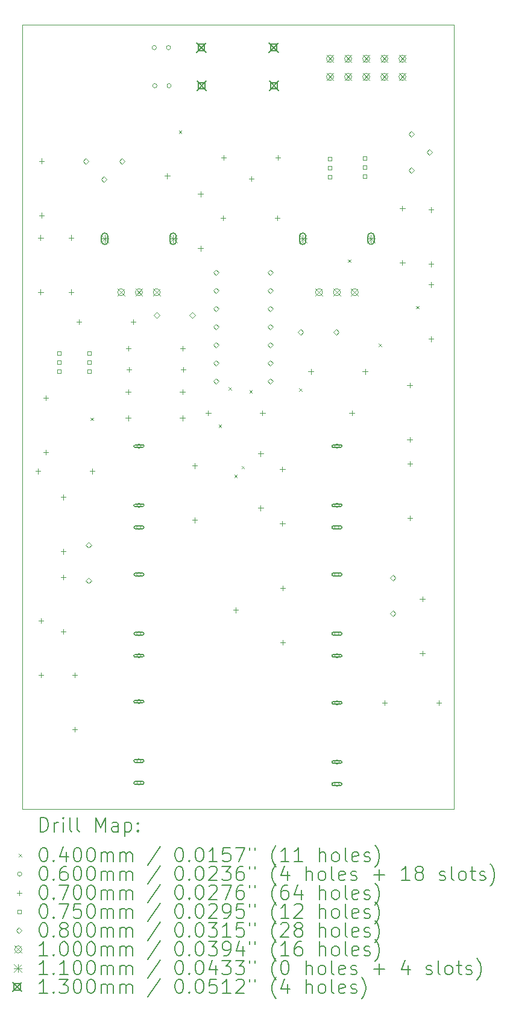
<source format=gbr>
%FSLAX45Y45*%
G04 Gerber Fmt 4.5, Leading zero omitted, Abs format (unit mm)*
G04 Created by KiCad (PCBNEW (6.0.1)) date 2022-09-11 09:05:00*
%MOMM*%
%LPD*%
G01*
G04 APERTURE LIST*
%TA.AperFunction,Profile*%
%ADD10C,0.100000*%
%TD*%
%ADD11C,0.200000*%
%ADD12C,0.040000*%
%ADD13C,0.060000*%
%ADD14C,0.070000*%
%ADD15C,0.075000*%
%ADD16C,0.080000*%
%ADD17C,0.100000*%
%ADD18C,0.110000*%
%ADD19C,0.130000*%
G04 APERTURE END LIST*
D10*
X8760000Y-12760000D02*
X2700000Y-12760000D01*
X2700000Y-1760000D02*
X8760000Y-1760000D01*
X8760000Y-1760000D02*
X8760000Y-12760000D01*
X2700000Y-12760000D02*
X2700000Y-1760000D01*
D11*
D12*
X3663000Y-7267000D02*
X3703000Y-7307000D01*
X3703000Y-7267000D02*
X3663000Y-7307000D01*
X4900000Y-3240000D02*
X4940000Y-3280000D01*
X4940000Y-3240000D02*
X4900000Y-3280000D01*
X5460000Y-7365000D02*
X5500000Y-7405000D01*
X5500000Y-7365000D02*
X5460000Y-7405000D01*
X5600000Y-6840000D02*
X5640000Y-6880000D01*
X5640000Y-6840000D02*
X5600000Y-6880000D01*
X5680000Y-8067500D02*
X5720000Y-8107500D01*
X5720000Y-8067500D02*
X5680000Y-8107500D01*
X5780000Y-7945000D02*
X5820000Y-7985000D01*
X5820000Y-7945000D02*
X5780000Y-7985000D01*
X5890000Y-6880000D02*
X5930000Y-6920000D01*
X5930000Y-6880000D02*
X5890000Y-6920000D01*
X6592500Y-6860000D02*
X6632500Y-6900000D01*
X6632500Y-6860000D02*
X6592500Y-6900000D01*
X7277500Y-5050000D02*
X7317500Y-5090000D01*
X7317500Y-5050000D02*
X7277500Y-5090000D01*
X7707500Y-6232500D02*
X7747500Y-6272500D01*
X7747500Y-6232500D02*
X7707500Y-6272500D01*
X8235000Y-5702500D02*
X8275000Y-5742500D01*
X8275000Y-5702500D02*
X8235000Y-5742500D01*
D13*
X4370000Y-7668000D02*
G75*
G03*
X4370000Y-7668000I-30000J0D01*
G01*
D11*
X4290000Y-7688000D02*
X4390000Y-7688000D01*
X4290000Y-7648000D02*
X4390000Y-7648000D01*
X4390000Y-7688000D02*
G75*
G03*
X4390000Y-7648000I0J20000D01*
G01*
X4290000Y-7648000D02*
G75*
G03*
X4290000Y-7688000I0J-20000D01*
G01*
D13*
X4370000Y-8498000D02*
G75*
G03*
X4370000Y-8498000I-30000J0D01*
G01*
D11*
X4290000Y-8518000D02*
X4390000Y-8518000D01*
X4290000Y-8478000D02*
X4390000Y-8478000D01*
X4390000Y-8518000D02*
G75*
G03*
X4390000Y-8478000I0J20000D01*
G01*
X4290000Y-8478000D02*
G75*
G03*
X4290000Y-8518000I0J-20000D01*
G01*
D13*
X4370000Y-8808000D02*
G75*
G03*
X4370000Y-8808000I-30000J0D01*
G01*
D11*
X4290000Y-8828000D02*
X4390000Y-8828000D01*
X4290000Y-8788000D02*
X4390000Y-8788000D01*
X4390000Y-8828000D02*
G75*
G03*
X4390000Y-8788000I0J20000D01*
G01*
X4290000Y-8788000D02*
G75*
G03*
X4290000Y-8828000I0J-20000D01*
G01*
D13*
X4370000Y-9468000D02*
G75*
G03*
X4370000Y-9468000I-30000J0D01*
G01*
D11*
X4290000Y-9488000D02*
X4390000Y-9488000D01*
X4290000Y-9448000D02*
X4390000Y-9448000D01*
X4390000Y-9488000D02*
G75*
G03*
X4390000Y-9448000I0J20000D01*
G01*
X4290000Y-9448000D02*
G75*
G03*
X4290000Y-9488000I0J-20000D01*
G01*
D13*
X4370000Y-10298000D02*
G75*
G03*
X4370000Y-10298000I-30000J0D01*
G01*
D11*
X4290000Y-10318000D02*
X4390000Y-10318000D01*
X4290000Y-10278000D02*
X4390000Y-10278000D01*
X4390000Y-10318000D02*
G75*
G03*
X4390000Y-10278000I0J20000D01*
G01*
X4290000Y-10278000D02*
G75*
G03*
X4290000Y-10318000I0J-20000D01*
G01*
D13*
X4370000Y-10608000D02*
G75*
G03*
X4370000Y-10608000I-30000J0D01*
G01*
D11*
X4290000Y-10628000D02*
X4390000Y-10628000D01*
X4290000Y-10588000D02*
X4390000Y-10588000D01*
X4390000Y-10628000D02*
G75*
G03*
X4390000Y-10588000I0J20000D01*
G01*
X4290000Y-10588000D02*
G75*
G03*
X4290000Y-10628000I0J-20000D01*
G01*
D13*
X4370000Y-11251500D02*
G75*
G03*
X4370000Y-11251500I-30000J0D01*
G01*
D11*
X4290000Y-11271500D02*
X4390000Y-11271500D01*
X4290000Y-11231500D02*
X4390000Y-11231500D01*
X4390000Y-11271500D02*
G75*
G03*
X4390000Y-11231500I0J20000D01*
G01*
X4290000Y-11231500D02*
G75*
G03*
X4290000Y-11271500I0J-20000D01*
G01*
D13*
X4370000Y-12081500D02*
G75*
G03*
X4370000Y-12081500I-30000J0D01*
G01*
D11*
X4290000Y-12101500D02*
X4390000Y-12101500D01*
X4290000Y-12061500D02*
X4390000Y-12061500D01*
X4390000Y-12101500D02*
G75*
G03*
X4390000Y-12061500I0J20000D01*
G01*
X4290000Y-12061500D02*
G75*
G03*
X4290000Y-12101500I0J-20000D01*
G01*
D13*
X4370000Y-12391500D02*
G75*
G03*
X4370000Y-12391500I-30000J0D01*
G01*
D11*
X4290000Y-12411500D02*
X4390000Y-12411500D01*
X4290000Y-12371500D02*
X4390000Y-12371500D01*
X4390000Y-12411500D02*
G75*
G03*
X4390000Y-12371500I0J20000D01*
G01*
X4290000Y-12371500D02*
G75*
G03*
X4290000Y-12411500I0J-20000D01*
G01*
D13*
X4585000Y-2080000D02*
G75*
G03*
X4585000Y-2080000I-30000J0D01*
G01*
X4592740Y-2615000D02*
G75*
G03*
X4592740Y-2615000I-30000J0D01*
G01*
X4785000Y-2080000D02*
G75*
G03*
X4785000Y-2080000I-30000J0D01*
G01*
X4792740Y-2615000D02*
G75*
G03*
X4792740Y-2615000I-30000J0D01*
G01*
X7150000Y-7668000D02*
G75*
G03*
X7150000Y-7668000I-30000J0D01*
G01*
D11*
X7070000Y-7688000D02*
X7170000Y-7688000D01*
X7070000Y-7648000D02*
X7170000Y-7648000D01*
X7170000Y-7688000D02*
G75*
G03*
X7170000Y-7648000I0J20000D01*
G01*
X7070000Y-7648000D02*
G75*
G03*
X7070000Y-7688000I0J-20000D01*
G01*
D13*
X7150000Y-8498000D02*
G75*
G03*
X7150000Y-8498000I-30000J0D01*
G01*
D11*
X7070000Y-8518000D02*
X7170000Y-8518000D01*
X7070000Y-8478000D02*
X7170000Y-8478000D01*
X7170000Y-8518000D02*
G75*
G03*
X7170000Y-8478000I0J20000D01*
G01*
X7070000Y-8478000D02*
G75*
G03*
X7070000Y-8518000I0J-20000D01*
G01*
D13*
X7150000Y-8808000D02*
G75*
G03*
X7150000Y-8808000I-30000J0D01*
G01*
D11*
X7070000Y-8828000D02*
X7170000Y-8828000D01*
X7070000Y-8788000D02*
X7170000Y-8788000D01*
X7170000Y-8828000D02*
G75*
G03*
X7170000Y-8788000I0J20000D01*
G01*
X7070000Y-8788000D02*
G75*
G03*
X7070000Y-8828000I0J-20000D01*
G01*
D13*
X7150000Y-9468000D02*
G75*
G03*
X7150000Y-9468000I-30000J0D01*
G01*
D11*
X7070000Y-9488000D02*
X7170000Y-9488000D01*
X7070000Y-9448000D02*
X7170000Y-9448000D01*
X7170000Y-9488000D02*
G75*
G03*
X7170000Y-9448000I0J20000D01*
G01*
X7070000Y-9448000D02*
G75*
G03*
X7070000Y-9488000I0J-20000D01*
G01*
D13*
X7150000Y-10298000D02*
G75*
G03*
X7150000Y-10298000I-30000J0D01*
G01*
D11*
X7070000Y-10318000D02*
X7170000Y-10318000D01*
X7070000Y-10278000D02*
X7170000Y-10278000D01*
X7170000Y-10318000D02*
G75*
G03*
X7170000Y-10278000I0J20000D01*
G01*
X7070000Y-10278000D02*
G75*
G03*
X7070000Y-10318000I0J-20000D01*
G01*
D13*
X7150000Y-10608000D02*
G75*
G03*
X7150000Y-10608000I-30000J0D01*
G01*
D11*
X7070000Y-10628000D02*
X7170000Y-10628000D01*
X7070000Y-10588000D02*
X7170000Y-10588000D01*
X7170000Y-10628000D02*
G75*
G03*
X7170000Y-10588000I0J20000D01*
G01*
X7070000Y-10588000D02*
G75*
G03*
X7070000Y-10628000I0J-20000D01*
G01*
D13*
X7150000Y-11268000D02*
G75*
G03*
X7150000Y-11268000I-30000J0D01*
G01*
D11*
X7070000Y-11288000D02*
X7170000Y-11288000D01*
X7070000Y-11248000D02*
X7170000Y-11248000D01*
X7170000Y-11288000D02*
G75*
G03*
X7170000Y-11248000I0J20000D01*
G01*
X7070000Y-11248000D02*
G75*
G03*
X7070000Y-11288000I0J-20000D01*
G01*
D13*
X7150000Y-12098000D02*
G75*
G03*
X7150000Y-12098000I-30000J0D01*
G01*
D11*
X7070000Y-12118000D02*
X7170000Y-12118000D01*
X7070000Y-12078000D02*
X7170000Y-12078000D01*
X7170000Y-12118000D02*
G75*
G03*
X7170000Y-12078000I0J20000D01*
G01*
X7070000Y-12078000D02*
G75*
G03*
X7070000Y-12118000I0J-20000D01*
G01*
D13*
X7150000Y-12408000D02*
G75*
G03*
X7150000Y-12408000I-30000J0D01*
G01*
D11*
X7070000Y-12428000D02*
X7170000Y-12428000D01*
X7070000Y-12388000D02*
X7170000Y-12388000D01*
X7170000Y-12428000D02*
G75*
G03*
X7170000Y-12388000I0J20000D01*
G01*
X7070000Y-12388000D02*
G75*
G03*
X7070000Y-12428000I0J-20000D01*
G01*
D14*
X2924000Y-7985000D02*
X2924000Y-8055000D01*
X2889000Y-8020000D02*
X2959000Y-8020000D01*
X2960000Y-4709000D02*
X2960000Y-4779000D01*
X2925000Y-4744000D02*
X2995000Y-4744000D01*
X2960000Y-5471000D02*
X2960000Y-5541000D01*
X2925000Y-5506000D02*
X2995000Y-5506000D01*
X2965000Y-10083000D02*
X2965000Y-10153000D01*
X2930000Y-10118000D02*
X3000000Y-10118000D01*
X2965000Y-10845000D02*
X2965000Y-10915000D01*
X2930000Y-10880000D02*
X3000000Y-10880000D01*
X2970000Y-3634000D02*
X2970000Y-3704000D01*
X2935000Y-3669000D02*
X3005000Y-3669000D01*
X2970000Y-4396000D02*
X2970000Y-4466000D01*
X2935000Y-4431000D02*
X3005000Y-4431000D01*
X3035000Y-6954000D02*
X3035000Y-7024000D01*
X3000000Y-6989000D02*
X3070000Y-6989000D01*
X3035000Y-7716000D02*
X3035000Y-7786000D01*
X3000000Y-7751000D02*
X3070000Y-7751000D01*
X3275000Y-8349000D02*
X3275000Y-8419000D01*
X3240000Y-8384000D02*
X3310000Y-8384000D01*
X3275000Y-9111000D02*
X3275000Y-9181000D01*
X3240000Y-9146000D02*
X3310000Y-9146000D01*
X3275000Y-9474000D02*
X3275000Y-9544000D01*
X3240000Y-9509000D02*
X3310000Y-9509000D01*
X3275000Y-10236000D02*
X3275000Y-10306000D01*
X3240000Y-10271000D02*
X3310000Y-10271000D01*
X3390000Y-4709000D02*
X3390000Y-4779000D01*
X3355000Y-4744000D02*
X3425000Y-4744000D01*
X3390000Y-5471000D02*
X3390000Y-5541000D01*
X3355000Y-5506000D02*
X3425000Y-5506000D01*
X3440000Y-10844000D02*
X3440000Y-10914000D01*
X3405000Y-10879000D02*
X3475000Y-10879000D01*
X3440000Y-11606000D02*
X3440000Y-11676000D01*
X3405000Y-11641000D02*
X3475000Y-11641000D01*
X3499000Y-5892500D02*
X3499000Y-5962500D01*
X3464000Y-5927500D02*
X3534000Y-5927500D01*
X3686000Y-7985000D02*
X3686000Y-8055000D01*
X3651000Y-8020000D02*
X3721000Y-8020000D01*
X4189000Y-6875000D02*
X4189000Y-6945000D01*
X4154000Y-6910000D02*
X4224000Y-6910000D01*
X4189000Y-7240000D02*
X4189000Y-7310000D01*
X4154000Y-7275000D02*
X4224000Y-7275000D01*
X4194000Y-6260000D02*
X4194000Y-6330000D01*
X4159000Y-6295000D02*
X4229000Y-6295000D01*
X4199000Y-6560000D02*
X4199000Y-6630000D01*
X4164000Y-6595000D02*
X4234000Y-6595000D01*
X4261000Y-5892500D02*
X4261000Y-5962500D01*
X4226000Y-5927500D02*
X4296000Y-5927500D01*
X4737500Y-3845000D02*
X4737500Y-3915000D01*
X4702500Y-3880000D02*
X4772500Y-3880000D01*
X4951000Y-6875000D02*
X4951000Y-6945000D01*
X4916000Y-6910000D02*
X4986000Y-6910000D01*
X4951000Y-7240000D02*
X4951000Y-7310000D01*
X4916000Y-7275000D02*
X4986000Y-7275000D01*
X4956000Y-6260000D02*
X4956000Y-6330000D01*
X4921000Y-6295000D02*
X4991000Y-6295000D01*
X4961000Y-6560000D02*
X4961000Y-6630000D01*
X4926000Y-6595000D02*
X4996000Y-6595000D01*
X5125000Y-7909000D02*
X5125000Y-7979000D01*
X5090000Y-7944000D02*
X5160000Y-7944000D01*
X5125000Y-8671000D02*
X5125000Y-8741000D01*
X5090000Y-8706000D02*
X5160000Y-8706000D01*
X5205000Y-4099000D02*
X5205000Y-4169000D01*
X5170000Y-4134000D02*
X5240000Y-4134000D01*
X5205000Y-4861000D02*
X5205000Y-4931000D01*
X5170000Y-4896000D02*
X5240000Y-4896000D01*
X5314000Y-7170000D02*
X5314000Y-7240000D01*
X5279000Y-7205000D02*
X5349000Y-7205000D01*
X5519000Y-4435000D02*
X5519000Y-4505000D01*
X5484000Y-4470000D02*
X5554000Y-4470000D01*
X5531500Y-3587500D02*
X5531500Y-3657500D01*
X5496500Y-3622500D02*
X5566500Y-3622500D01*
X5700000Y-9932500D02*
X5700000Y-10002500D01*
X5665000Y-9967500D02*
X5735000Y-9967500D01*
X5920000Y-3885000D02*
X5920000Y-3955000D01*
X5885000Y-3920000D02*
X5955000Y-3920000D01*
X6050000Y-7739000D02*
X6050000Y-7809000D01*
X6015000Y-7774000D02*
X6085000Y-7774000D01*
X6050000Y-8501000D02*
X6050000Y-8571000D01*
X6015000Y-8536000D02*
X6085000Y-8536000D01*
X6076000Y-7170000D02*
X6076000Y-7240000D01*
X6041000Y-7205000D02*
X6111000Y-7205000D01*
X6281000Y-4435000D02*
X6281000Y-4505000D01*
X6246000Y-4470000D02*
X6316000Y-4470000D01*
X6293500Y-3587500D02*
X6293500Y-3657500D01*
X6258500Y-3622500D02*
X6328500Y-3622500D01*
X6355000Y-7954000D02*
X6355000Y-8024000D01*
X6320000Y-7989000D02*
X6390000Y-7989000D01*
X6355000Y-8716000D02*
X6355000Y-8786000D01*
X6320000Y-8751000D02*
X6390000Y-8751000D01*
X6357500Y-9624000D02*
X6357500Y-9694000D01*
X6322500Y-9659000D02*
X6392500Y-9659000D01*
X6357500Y-10386000D02*
X6357500Y-10456000D01*
X6322500Y-10421000D02*
X6392500Y-10421000D01*
X6754000Y-6587500D02*
X6754000Y-6657500D01*
X6719000Y-6622500D02*
X6789000Y-6622500D01*
X7330000Y-7170000D02*
X7330000Y-7240000D01*
X7295000Y-7205000D02*
X7365000Y-7205000D01*
X7516000Y-6587500D02*
X7516000Y-6657500D01*
X7481000Y-6622500D02*
X7551000Y-6622500D01*
X7789000Y-11235000D02*
X7789000Y-11305000D01*
X7754000Y-11270000D02*
X7824000Y-11270000D01*
X8040000Y-4299000D02*
X8040000Y-4369000D01*
X8005000Y-4334000D02*
X8075000Y-4334000D01*
X8040000Y-5061000D02*
X8040000Y-5131000D01*
X8005000Y-5096000D02*
X8075000Y-5096000D01*
X8142500Y-6779000D02*
X8142500Y-6849000D01*
X8107500Y-6814000D02*
X8177500Y-6814000D01*
X8142500Y-7541000D02*
X8142500Y-7611000D01*
X8107500Y-7576000D02*
X8177500Y-7576000D01*
X8145000Y-7876500D02*
X8145000Y-7946500D01*
X8110000Y-7911500D02*
X8180000Y-7911500D01*
X8145000Y-8638500D02*
X8145000Y-8708500D01*
X8110000Y-8673500D02*
X8180000Y-8673500D01*
X8320000Y-9774000D02*
X8320000Y-9844000D01*
X8285000Y-9809000D02*
X8355000Y-9809000D01*
X8320000Y-10536000D02*
X8320000Y-10606000D01*
X8285000Y-10571000D02*
X8355000Y-10571000D01*
X8440000Y-4319000D02*
X8440000Y-4389000D01*
X8405000Y-4354000D02*
X8475000Y-4354000D01*
X8440000Y-5081000D02*
X8440000Y-5151000D01*
X8405000Y-5116000D02*
X8475000Y-5116000D01*
X8440000Y-5369000D02*
X8440000Y-5439000D01*
X8405000Y-5404000D02*
X8475000Y-5404000D01*
X8440000Y-6131000D02*
X8440000Y-6201000D01*
X8405000Y-6166000D02*
X8475000Y-6166000D01*
X8551000Y-11235000D02*
X8551000Y-11305000D01*
X8516000Y-11270000D02*
X8586000Y-11270000D01*
D15*
X3242517Y-6389517D02*
X3242517Y-6336483D01*
X3189483Y-6336483D01*
X3189483Y-6389517D01*
X3242517Y-6389517D01*
X3242517Y-6516517D02*
X3242517Y-6463483D01*
X3189483Y-6463483D01*
X3189483Y-6516517D01*
X3242517Y-6516517D01*
X3242517Y-6643517D02*
X3242517Y-6590483D01*
X3189483Y-6590483D01*
X3189483Y-6643517D01*
X3242517Y-6643517D01*
X3665517Y-6389517D02*
X3665517Y-6336483D01*
X3612483Y-6336483D01*
X3612483Y-6389517D01*
X3665517Y-6389517D01*
X3665517Y-6516517D02*
X3665517Y-6463483D01*
X3612483Y-6463483D01*
X3612483Y-6516517D01*
X3665517Y-6516517D01*
X3665517Y-6643517D02*
X3665517Y-6590483D01*
X3612483Y-6590483D01*
X3612483Y-6643517D01*
X3665517Y-6643517D01*
X7047517Y-3664517D02*
X7047517Y-3611483D01*
X6994483Y-3611483D01*
X6994483Y-3664517D01*
X7047517Y-3664517D01*
X7047517Y-3791517D02*
X7047517Y-3738483D01*
X6994483Y-3738483D01*
X6994483Y-3791517D01*
X7047517Y-3791517D01*
X7047517Y-3918517D02*
X7047517Y-3865483D01*
X6994483Y-3865483D01*
X6994483Y-3918517D01*
X7047517Y-3918517D01*
X7536517Y-3657517D02*
X7536517Y-3604483D01*
X7483483Y-3604483D01*
X7483483Y-3657517D01*
X7536517Y-3657517D01*
X7536517Y-3784517D02*
X7536517Y-3731483D01*
X7483483Y-3731483D01*
X7483483Y-3784517D01*
X7536517Y-3784517D01*
X7536517Y-3911517D02*
X7536517Y-3858483D01*
X7483483Y-3858483D01*
X7483483Y-3911517D01*
X7536517Y-3911517D01*
D16*
X3595000Y-3712500D02*
X3635000Y-3672500D01*
X3595000Y-3632500D01*
X3555000Y-3672500D01*
X3595000Y-3712500D01*
X3635000Y-9095000D02*
X3675000Y-9055000D01*
X3635000Y-9015000D01*
X3595000Y-9055000D01*
X3635000Y-9095000D01*
X3635000Y-9595000D02*
X3675000Y-9555000D01*
X3635000Y-9515000D01*
X3595000Y-9555000D01*
X3635000Y-9595000D01*
X3849000Y-3966500D02*
X3889000Y-3926500D01*
X3849000Y-3886500D01*
X3809000Y-3926500D01*
X3849000Y-3966500D01*
X4103000Y-3712500D02*
X4143000Y-3672500D01*
X4103000Y-3632500D01*
X4063000Y-3672500D01*
X4103000Y-3712500D01*
X4590000Y-5870000D02*
X4630000Y-5830000D01*
X4590000Y-5790000D01*
X4550000Y-5830000D01*
X4590000Y-5870000D01*
X5090000Y-5870000D02*
X5130000Y-5830000D01*
X5090000Y-5790000D01*
X5050000Y-5830000D01*
X5090000Y-5870000D01*
X5423000Y-5272500D02*
X5463000Y-5232500D01*
X5423000Y-5192500D01*
X5383000Y-5232500D01*
X5423000Y-5272500D01*
X5423000Y-5526500D02*
X5463000Y-5486500D01*
X5423000Y-5446500D01*
X5383000Y-5486500D01*
X5423000Y-5526500D01*
X5423000Y-5780500D02*
X5463000Y-5740500D01*
X5423000Y-5700500D01*
X5383000Y-5740500D01*
X5423000Y-5780500D01*
X5423000Y-6034500D02*
X5463000Y-5994500D01*
X5423000Y-5954500D01*
X5383000Y-5994500D01*
X5423000Y-6034500D01*
X5423000Y-6288500D02*
X5463000Y-6248500D01*
X5423000Y-6208500D01*
X5383000Y-6248500D01*
X5423000Y-6288500D01*
X5423000Y-6542500D02*
X5463000Y-6502500D01*
X5423000Y-6462500D01*
X5383000Y-6502500D01*
X5423000Y-6542500D01*
X5423000Y-6796500D02*
X5463000Y-6756500D01*
X5423000Y-6716500D01*
X5383000Y-6756500D01*
X5423000Y-6796500D01*
X6185000Y-5272500D02*
X6225000Y-5232500D01*
X6185000Y-5192500D01*
X6145000Y-5232500D01*
X6185000Y-5272500D01*
X6185000Y-5526500D02*
X6225000Y-5486500D01*
X6185000Y-5446500D01*
X6145000Y-5486500D01*
X6185000Y-5526500D01*
X6185000Y-5780500D02*
X6225000Y-5740500D01*
X6185000Y-5700500D01*
X6145000Y-5740500D01*
X6185000Y-5780500D01*
X6185000Y-6034500D02*
X6225000Y-5994500D01*
X6185000Y-5954500D01*
X6145000Y-5994500D01*
X6185000Y-6034500D01*
X6185000Y-6288500D02*
X6225000Y-6248500D01*
X6185000Y-6208500D01*
X6145000Y-6248500D01*
X6185000Y-6288500D01*
X6185000Y-6542500D02*
X6225000Y-6502500D01*
X6185000Y-6462500D01*
X6145000Y-6502500D01*
X6185000Y-6542500D01*
X6185000Y-6796500D02*
X6225000Y-6756500D01*
X6185000Y-6716500D01*
X6145000Y-6756500D01*
X6185000Y-6796500D01*
X6610000Y-6110000D02*
X6650000Y-6070000D01*
X6610000Y-6030000D01*
X6570000Y-6070000D01*
X6610000Y-6110000D01*
X7110000Y-6110000D02*
X7150000Y-6070000D01*
X7110000Y-6030000D01*
X7070000Y-6070000D01*
X7110000Y-6110000D01*
X7905000Y-9555000D02*
X7945000Y-9515000D01*
X7905000Y-9475000D01*
X7865000Y-9515000D01*
X7905000Y-9555000D01*
X7905000Y-10055000D02*
X7945000Y-10015000D01*
X7905000Y-9975000D01*
X7865000Y-10015000D01*
X7905000Y-10055000D01*
X8165000Y-3332000D02*
X8205000Y-3292000D01*
X8165000Y-3252000D01*
X8125000Y-3292000D01*
X8165000Y-3332000D01*
X8165000Y-3840000D02*
X8205000Y-3800000D01*
X8165000Y-3760000D01*
X8125000Y-3800000D01*
X8165000Y-3840000D01*
X8419000Y-3586000D02*
X8459000Y-3546000D01*
X8419000Y-3506000D01*
X8379000Y-3546000D01*
X8419000Y-3586000D01*
D17*
X4040000Y-5460000D02*
X4140000Y-5560000D01*
X4140000Y-5460000D02*
X4040000Y-5560000D01*
X4140000Y-5510000D02*
G75*
G03*
X4140000Y-5510000I-50000J0D01*
G01*
X4290000Y-5460000D02*
X4390000Y-5560000D01*
X4390000Y-5460000D02*
X4290000Y-5560000D01*
X4390000Y-5510000D02*
G75*
G03*
X4390000Y-5510000I-50000J0D01*
G01*
X4540000Y-5460000D02*
X4640000Y-5560000D01*
X4640000Y-5460000D02*
X4540000Y-5560000D01*
X4640000Y-5510000D02*
G75*
G03*
X4640000Y-5510000I-50000J0D01*
G01*
X6820000Y-5460000D02*
X6920000Y-5560000D01*
X6920000Y-5460000D02*
X6820000Y-5560000D01*
X6920000Y-5510000D02*
G75*
G03*
X6920000Y-5510000I-50000J0D01*
G01*
X6974000Y-2186000D02*
X7074000Y-2286000D01*
X7074000Y-2186000D02*
X6974000Y-2286000D01*
X7074000Y-2236000D02*
G75*
G03*
X7074000Y-2236000I-50000J0D01*
G01*
X6974000Y-2440000D02*
X7074000Y-2540000D01*
X7074000Y-2440000D02*
X6974000Y-2540000D01*
X7074000Y-2490000D02*
G75*
G03*
X7074000Y-2490000I-50000J0D01*
G01*
X7070000Y-5460000D02*
X7170000Y-5560000D01*
X7170000Y-5460000D02*
X7070000Y-5560000D01*
X7170000Y-5510000D02*
G75*
G03*
X7170000Y-5510000I-50000J0D01*
G01*
X7228000Y-2186000D02*
X7328000Y-2286000D01*
X7328000Y-2186000D02*
X7228000Y-2286000D01*
X7328000Y-2236000D02*
G75*
G03*
X7328000Y-2236000I-50000J0D01*
G01*
X7228000Y-2440000D02*
X7328000Y-2540000D01*
X7328000Y-2440000D02*
X7228000Y-2540000D01*
X7328000Y-2490000D02*
G75*
G03*
X7328000Y-2490000I-50000J0D01*
G01*
X7320000Y-5460000D02*
X7420000Y-5560000D01*
X7420000Y-5460000D02*
X7320000Y-5560000D01*
X7420000Y-5510000D02*
G75*
G03*
X7420000Y-5510000I-50000J0D01*
G01*
X7482000Y-2186000D02*
X7582000Y-2286000D01*
X7582000Y-2186000D02*
X7482000Y-2286000D01*
X7582000Y-2236000D02*
G75*
G03*
X7582000Y-2236000I-50000J0D01*
G01*
X7482000Y-2440000D02*
X7582000Y-2540000D01*
X7582000Y-2440000D02*
X7482000Y-2540000D01*
X7582000Y-2490000D02*
G75*
G03*
X7582000Y-2490000I-50000J0D01*
G01*
X7736000Y-2186000D02*
X7836000Y-2286000D01*
X7836000Y-2186000D02*
X7736000Y-2286000D01*
X7836000Y-2236000D02*
G75*
G03*
X7836000Y-2236000I-50000J0D01*
G01*
X7736000Y-2440000D02*
X7836000Y-2540000D01*
X7836000Y-2440000D02*
X7736000Y-2540000D01*
X7836000Y-2490000D02*
G75*
G03*
X7836000Y-2490000I-50000J0D01*
G01*
X7990000Y-2186000D02*
X8090000Y-2286000D01*
X8090000Y-2186000D02*
X7990000Y-2286000D01*
X8090000Y-2236000D02*
G75*
G03*
X8090000Y-2236000I-50000J0D01*
G01*
X7990000Y-2440000D02*
X8090000Y-2540000D01*
X8090000Y-2440000D02*
X7990000Y-2540000D01*
X8090000Y-2490000D02*
G75*
G03*
X8090000Y-2490000I-50000J0D01*
G01*
D18*
X3805000Y-4705000D02*
X3915000Y-4815000D01*
X3915000Y-4705000D02*
X3805000Y-4815000D01*
X3860000Y-4705000D02*
X3860000Y-4815000D01*
X3805000Y-4760000D02*
X3915000Y-4760000D01*
D11*
X3905000Y-4795000D02*
X3905000Y-4725000D01*
X3815000Y-4795000D02*
X3815000Y-4725000D01*
X3905000Y-4725000D02*
G75*
G03*
X3815000Y-4725000I-45000J0D01*
G01*
X3815000Y-4795000D02*
G75*
G03*
X3905000Y-4795000I45000J0D01*
G01*
D18*
X4765000Y-4705000D02*
X4875000Y-4815000D01*
X4875000Y-4705000D02*
X4765000Y-4815000D01*
X4820000Y-4705000D02*
X4820000Y-4815000D01*
X4765000Y-4760000D02*
X4875000Y-4760000D01*
D11*
X4865000Y-4795000D02*
X4865000Y-4725000D01*
X4775000Y-4795000D02*
X4775000Y-4725000D01*
X4865000Y-4725000D02*
G75*
G03*
X4775000Y-4725000I-45000J0D01*
G01*
X4775000Y-4795000D02*
G75*
G03*
X4865000Y-4795000I45000J0D01*
G01*
D18*
X6585000Y-4705000D02*
X6695000Y-4815000D01*
X6695000Y-4705000D02*
X6585000Y-4815000D01*
X6640000Y-4705000D02*
X6640000Y-4815000D01*
X6585000Y-4760000D02*
X6695000Y-4760000D01*
D11*
X6685000Y-4795000D02*
X6685000Y-4725000D01*
X6595000Y-4795000D02*
X6595000Y-4725000D01*
X6685000Y-4725000D02*
G75*
G03*
X6595000Y-4725000I-45000J0D01*
G01*
X6595000Y-4795000D02*
G75*
G03*
X6685000Y-4795000I45000J0D01*
G01*
D18*
X7545000Y-4705000D02*
X7655000Y-4815000D01*
X7655000Y-4705000D02*
X7545000Y-4815000D01*
X7600000Y-4705000D02*
X7600000Y-4815000D01*
X7545000Y-4760000D02*
X7655000Y-4760000D01*
D11*
X7645000Y-4795000D02*
X7645000Y-4725000D01*
X7555000Y-4795000D02*
X7555000Y-4725000D01*
X7645000Y-4725000D02*
G75*
G03*
X7555000Y-4725000I-45000J0D01*
G01*
X7555000Y-4795000D02*
G75*
G03*
X7645000Y-4795000I45000J0D01*
G01*
D19*
X5152000Y-2015000D02*
X5282000Y-2145000D01*
X5282000Y-2015000D02*
X5152000Y-2145000D01*
X5262962Y-2125962D02*
X5262962Y-2034038D01*
X5171038Y-2034038D01*
X5171038Y-2125962D01*
X5262962Y-2125962D01*
X5157000Y-2550000D02*
X5287000Y-2680000D01*
X5287000Y-2550000D02*
X5157000Y-2680000D01*
X5267962Y-2660962D02*
X5267962Y-2569038D01*
X5176038Y-2569038D01*
X5176038Y-2660962D01*
X5267962Y-2660962D01*
X6168000Y-2015000D02*
X6298000Y-2145000D01*
X6298000Y-2015000D02*
X6168000Y-2145000D01*
X6278962Y-2125962D02*
X6278962Y-2034038D01*
X6187038Y-2034038D01*
X6187038Y-2125962D01*
X6278962Y-2125962D01*
X6173000Y-2550000D02*
X6303000Y-2680000D01*
X6303000Y-2550000D02*
X6173000Y-2680000D01*
X6283962Y-2660962D02*
X6283962Y-2569038D01*
X6192038Y-2569038D01*
X6192038Y-2660962D01*
X6283962Y-2660962D01*
D11*
X2952619Y-13075476D02*
X2952619Y-12875476D01*
X3000238Y-12875476D01*
X3028809Y-12885000D01*
X3047857Y-12904048D01*
X3057381Y-12923095D01*
X3066905Y-12961190D01*
X3066905Y-12989762D01*
X3057381Y-13027857D01*
X3047857Y-13046905D01*
X3028809Y-13065952D01*
X3000238Y-13075476D01*
X2952619Y-13075476D01*
X3152619Y-13075476D02*
X3152619Y-12942143D01*
X3152619Y-12980238D02*
X3162143Y-12961190D01*
X3171667Y-12951667D01*
X3190714Y-12942143D01*
X3209762Y-12942143D01*
X3276428Y-13075476D02*
X3276428Y-12942143D01*
X3276428Y-12875476D02*
X3266905Y-12885000D01*
X3276428Y-12894524D01*
X3285952Y-12885000D01*
X3276428Y-12875476D01*
X3276428Y-12894524D01*
X3400238Y-13075476D02*
X3381190Y-13065952D01*
X3371667Y-13046905D01*
X3371667Y-12875476D01*
X3505000Y-13075476D02*
X3485952Y-13065952D01*
X3476428Y-13046905D01*
X3476428Y-12875476D01*
X3733571Y-13075476D02*
X3733571Y-12875476D01*
X3800238Y-13018333D01*
X3866905Y-12875476D01*
X3866905Y-13075476D01*
X4047857Y-13075476D02*
X4047857Y-12970714D01*
X4038333Y-12951667D01*
X4019286Y-12942143D01*
X3981190Y-12942143D01*
X3962143Y-12951667D01*
X4047857Y-13065952D02*
X4028809Y-13075476D01*
X3981190Y-13075476D01*
X3962143Y-13065952D01*
X3952619Y-13046905D01*
X3952619Y-13027857D01*
X3962143Y-13008809D01*
X3981190Y-12999286D01*
X4028809Y-12999286D01*
X4047857Y-12989762D01*
X4143095Y-12942143D02*
X4143095Y-13142143D01*
X4143095Y-12951667D02*
X4162143Y-12942143D01*
X4200238Y-12942143D01*
X4219286Y-12951667D01*
X4228810Y-12961190D01*
X4238333Y-12980238D01*
X4238333Y-13037381D01*
X4228810Y-13056428D01*
X4219286Y-13065952D01*
X4200238Y-13075476D01*
X4162143Y-13075476D01*
X4143095Y-13065952D01*
X4324048Y-13056428D02*
X4333571Y-13065952D01*
X4324048Y-13075476D01*
X4314524Y-13065952D01*
X4324048Y-13056428D01*
X4324048Y-13075476D01*
X4324048Y-12951667D02*
X4333571Y-12961190D01*
X4324048Y-12970714D01*
X4314524Y-12961190D01*
X4324048Y-12951667D01*
X4324048Y-12970714D01*
D12*
X2655000Y-13385000D02*
X2695000Y-13425000D01*
X2695000Y-13385000D02*
X2655000Y-13425000D01*
D11*
X2990714Y-13295476D02*
X3009762Y-13295476D01*
X3028809Y-13305000D01*
X3038333Y-13314524D01*
X3047857Y-13333571D01*
X3057381Y-13371667D01*
X3057381Y-13419286D01*
X3047857Y-13457381D01*
X3038333Y-13476428D01*
X3028809Y-13485952D01*
X3009762Y-13495476D01*
X2990714Y-13495476D01*
X2971667Y-13485952D01*
X2962143Y-13476428D01*
X2952619Y-13457381D01*
X2943095Y-13419286D01*
X2943095Y-13371667D01*
X2952619Y-13333571D01*
X2962143Y-13314524D01*
X2971667Y-13305000D01*
X2990714Y-13295476D01*
X3143095Y-13476428D02*
X3152619Y-13485952D01*
X3143095Y-13495476D01*
X3133571Y-13485952D01*
X3143095Y-13476428D01*
X3143095Y-13495476D01*
X3324048Y-13362143D02*
X3324048Y-13495476D01*
X3276428Y-13285952D02*
X3228809Y-13428809D01*
X3352619Y-13428809D01*
X3466905Y-13295476D02*
X3485952Y-13295476D01*
X3505000Y-13305000D01*
X3514524Y-13314524D01*
X3524048Y-13333571D01*
X3533571Y-13371667D01*
X3533571Y-13419286D01*
X3524048Y-13457381D01*
X3514524Y-13476428D01*
X3505000Y-13485952D01*
X3485952Y-13495476D01*
X3466905Y-13495476D01*
X3447857Y-13485952D01*
X3438333Y-13476428D01*
X3428809Y-13457381D01*
X3419286Y-13419286D01*
X3419286Y-13371667D01*
X3428809Y-13333571D01*
X3438333Y-13314524D01*
X3447857Y-13305000D01*
X3466905Y-13295476D01*
X3657381Y-13295476D02*
X3676428Y-13295476D01*
X3695476Y-13305000D01*
X3705000Y-13314524D01*
X3714524Y-13333571D01*
X3724048Y-13371667D01*
X3724048Y-13419286D01*
X3714524Y-13457381D01*
X3705000Y-13476428D01*
X3695476Y-13485952D01*
X3676428Y-13495476D01*
X3657381Y-13495476D01*
X3638333Y-13485952D01*
X3628809Y-13476428D01*
X3619286Y-13457381D01*
X3609762Y-13419286D01*
X3609762Y-13371667D01*
X3619286Y-13333571D01*
X3628809Y-13314524D01*
X3638333Y-13305000D01*
X3657381Y-13295476D01*
X3809762Y-13495476D02*
X3809762Y-13362143D01*
X3809762Y-13381190D02*
X3819286Y-13371667D01*
X3838333Y-13362143D01*
X3866905Y-13362143D01*
X3885952Y-13371667D01*
X3895476Y-13390714D01*
X3895476Y-13495476D01*
X3895476Y-13390714D02*
X3905000Y-13371667D01*
X3924048Y-13362143D01*
X3952619Y-13362143D01*
X3971667Y-13371667D01*
X3981190Y-13390714D01*
X3981190Y-13495476D01*
X4076428Y-13495476D02*
X4076428Y-13362143D01*
X4076428Y-13381190D02*
X4085952Y-13371667D01*
X4105000Y-13362143D01*
X4133571Y-13362143D01*
X4152619Y-13371667D01*
X4162143Y-13390714D01*
X4162143Y-13495476D01*
X4162143Y-13390714D02*
X4171667Y-13371667D01*
X4190714Y-13362143D01*
X4219286Y-13362143D01*
X4238333Y-13371667D01*
X4247857Y-13390714D01*
X4247857Y-13495476D01*
X4638333Y-13285952D02*
X4466905Y-13543095D01*
X4895476Y-13295476D02*
X4914524Y-13295476D01*
X4933571Y-13305000D01*
X4943095Y-13314524D01*
X4952619Y-13333571D01*
X4962143Y-13371667D01*
X4962143Y-13419286D01*
X4952619Y-13457381D01*
X4943095Y-13476428D01*
X4933571Y-13485952D01*
X4914524Y-13495476D01*
X4895476Y-13495476D01*
X4876429Y-13485952D01*
X4866905Y-13476428D01*
X4857381Y-13457381D01*
X4847857Y-13419286D01*
X4847857Y-13371667D01*
X4857381Y-13333571D01*
X4866905Y-13314524D01*
X4876429Y-13305000D01*
X4895476Y-13295476D01*
X5047857Y-13476428D02*
X5057381Y-13485952D01*
X5047857Y-13495476D01*
X5038333Y-13485952D01*
X5047857Y-13476428D01*
X5047857Y-13495476D01*
X5181190Y-13295476D02*
X5200238Y-13295476D01*
X5219286Y-13305000D01*
X5228810Y-13314524D01*
X5238333Y-13333571D01*
X5247857Y-13371667D01*
X5247857Y-13419286D01*
X5238333Y-13457381D01*
X5228810Y-13476428D01*
X5219286Y-13485952D01*
X5200238Y-13495476D01*
X5181190Y-13495476D01*
X5162143Y-13485952D01*
X5152619Y-13476428D01*
X5143095Y-13457381D01*
X5133571Y-13419286D01*
X5133571Y-13371667D01*
X5143095Y-13333571D01*
X5152619Y-13314524D01*
X5162143Y-13305000D01*
X5181190Y-13295476D01*
X5438333Y-13495476D02*
X5324048Y-13495476D01*
X5381190Y-13495476D02*
X5381190Y-13295476D01*
X5362143Y-13324048D01*
X5343095Y-13343095D01*
X5324048Y-13352619D01*
X5619286Y-13295476D02*
X5524048Y-13295476D01*
X5514524Y-13390714D01*
X5524048Y-13381190D01*
X5543095Y-13371667D01*
X5590714Y-13371667D01*
X5609762Y-13381190D01*
X5619286Y-13390714D01*
X5628809Y-13409762D01*
X5628809Y-13457381D01*
X5619286Y-13476428D01*
X5609762Y-13485952D01*
X5590714Y-13495476D01*
X5543095Y-13495476D01*
X5524048Y-13485952D01*
X5514524Y-13476428D01*
X5695476Y-13295476D02*
X5828809Y-13295476D01*
X5743095Y-13495476D01*
X5895476Y-13295476D02*
X5895476Y-13333571D01*
X5971667Y-13295476D02*
X5971667Y-13333571D01*
X6266905Y-13571667D02*
X6257381Y-13562143D01*
X6238333Y-13533571D01*
X6228809Y-13514524D01*
X6219286Y-13485952D01*
X6209762Y-13438333D01*
X6209762Y-13400238D01*
X6219286Y-13352619D01*
X6228809Y-13324048D01*
X6238333Y-13305000D01*
X6257381Y-13276428D01*
X6266905Y-13266905D01*
X6447857Y-13495476D02*
X6333571Y-13495476D01*
X6390714Y-13495476D02*
X6390714Y-13295476D01*
X6371667Y-13324048D01*
X6352619Y-13343095D01*
X6333571Y-13352619D01*
X6638333Y-13495476D02*
X6524048Y-13495476D01*
X6581190Y-13495476D02*
X6581190Y-13295476D01*
X6562143Y-13324048D01*
X6543095Y-13343095D01*
X6524048Y-13352619D01*
X6876428Y-13495476D02*
X6876428Y-13295476D01*
X6962143Y-13495476D02*
X6962143Y-13390714D01*
X6952619Y-13371667D01*
X6933571Y-13362143D01*
X6905000Y-13362143D01*
X6885952Y-13371667D01*
X6876428Y-13381190D01*
X7085952Y-13495476D02*
X7066905Y-13485952D01*
X7057381Y-13476428D01*
X7047857Y-13457381D01*
X7047857Y-13400238D01*
X7057381Y-13381190D01*
X7066905Y-13371667D01*
X7085952Y-13362143D01*
X7114524Y-13362143D01*
X7133571Y-13371667D01*
X7143095Y-13381190D01*
X7152619Y-13400238D01*
X7152619Y-13457381D01*
X7143095Y-13476428D01*
X7133571Y-13485952D01*
X7114524Y-13495476D01*
X7085952Y-13495476D01*
X7266905Y-13495476D02*
X7247857Y-13485952D01*
X7238333Y-13466905D01*
X7238333Y-13295476D01*
X7419286Y-13485952D02*
X7400238Y-13495476D01*
X7362143Y-13495476D01*
X7343095Y-13485952D01*
X7333571Y-13466905D01*
X7333571Y-13390714D01*
X7343095Y-13371667D01*
X7362143Y-13362143D01*
X7400238Y-13362143D01*
X7419286Y-13371667D01*
X7428809Y-13390714D01*
X7428809Y-13409762D01*
X7333571Y-13428809D01*
X7505000Y-13485952D02*
X7524048Y-13495476D01*
X7562143Y-13495476D01*
X7581190Y-13485952D01*
X7590714Y-13466905D01*
X7590714Y-13457381D01*
X7581190Y-13438333D01*
X7562143Y-13428809D01*
X7533571Y-13428809D01*
X7514524Y-13419286D01*
X7505000Y-13400238D01*
X7505000Y-13390714D01*
X7514524Y-13371667D01*
X7533571Y-13362143D01*
X7562143Y-13362143D01*
X7581190Y-13371667D01*
X7657381Y-13571667D02*
X7666905Y-13562143D01*
X7685952Y-13533571D01*
X7695476Y-13514524D01*
X7705000Y-13485952D01*
X7714524Y-13438333D01*
X7714524Y-13400238D01*
X7705000Y-13352619D01*
X7695476Y-13324048D01*
X7685952Y-13305000D01*
X7666905Y-13276428D01*
X7657381Y-13266905D01*
D13*
X2695000Y-13669000D02*
G75*
G03*
X2695000Y-13669000I-30000J0D01*
G01*
D11*
X2990714Y-13559476D02*
X3009762Y-13559476D01*
X3028809Y-13569000D01*
X3038333Y-13578524D01*
X3047857Y-13597571D01*
X3057381Y-13635667D01*
X3057381Y-13683286D01*
X3047857Y-13721381D01*
X3038333Y-13740428D01*
X3028809Y-13749952D01*
X3009762Y-13759476D01*
X2990714Y-13759476D01*
X2971667Y-13749952D01*
X2962143Y-13740428D01*
X2952619Y-13721381D01*
X2943095Y-13683286D01*
X2943095Y-13635667D01*
X2952619Y-13597571D01*
X2962143Y-13578524D01*
X2971667Y-13569000D01*
X2990714Y-13559476D01*
X3143095Y-13740428D02*
X3152619Y-13749952D01*
X3143095Y-13759476D01*
X3133571Y-13749952D01*
X3143095Y-13740428D01*
X3143095Y-13759476D01*
X3324048Y-13559476D02*
X3285952Y-13559476D01*
X3266905Y-13569000D01*
X3257381Y-13578524D01*
X3238333Y-13607095D01*
X3228809Y-13645190D01*
X3228809Y-13721381D01*
X3238333Y-13740428D01*
X3247857Y-13749952D01*
X3266905Y-13759476D01*
X3305000Y-13759476D01*
X3324048Y-13749952D01*
X3333571Y-13740428D01*
X3343095Y-13721381D01*
X3343095Y-13673762D01*
X3333571Y-13654714D01*
X3324048Y-13645190D01*
X3305000Y-13635667D01*
X3266905Y-13635667D01*
X3247857Y-13645190D01*
X3238333Y-13654714D01*
X3228809Y-13673762D01*
X3466905Y-13559476D02*
X3485952Y-13559476D01*
X3505000Y-13569000D01*
X3514524Y-13578524D01*
X3524048Y-13597571D01*
X3533571Y-13635667D01*
X3533571Y-13683286D01*
X3524048Y-13721381D01*
X3514524Y-13740428D01*
X3505000Y-13749952D01*
X3485952Y-13759476D01*
X3466905Y-13759476D01*
X3447857Y-13749952D01*
X3438333Y-13740428D01*
X3428809Y-13721381D01*
X3419286Y-13683286D01*
X3419286Y-13635667D01*
X3428809Y-13597571D01*
X3438333Y-13578524D01*
X3447857Y-13569000D01*
X3466905Y-13559476D01*
X3657381Y-13559476D02*
X3676428Y-13559476D01*
X3695476Y-13569000D01*
X3705000Y-13578524D01*
X3714524Y-13597571D01*
X3724048Y-13635667D01*
X3724048Y-13683286D01*
X3714524Y-13721381D01*
X3705000Y-13740428D01*
X3695476Y-13749952D01*
X3676428Y-13759476D01*
X3657381Y-13759476D01*
X3638333Y-13749952D01*
X3628809Y-13740428D01*
X3619286Y-13721381D01*
X3609762Y-13683286D01*
X3609762Y-13635667D01*
X3619286Y-13597571D01*
X3628809Y-13578524D01*
X3638333Y-13569000D01*
X3657381Y-13559476D01*
X3809762Y-13759476D02*
X3809762Y-13626143D01*
X3809762Y-13645190D02*
X3819286Y-13635667D01*
X3838333Y-13626143D01*
X3866905Y-13626143D01*
X3885952Y-13635667D01*
X3895476Y-13654714D01*
X3895476Y-13759476D01*
X3895476Y-13654714D02*
X3905000Y-13635667D01*
X3924048Y-13626143D01*
X3952619Y-13626143D01*
X3971667Y-13635667D01*
X3981190Y-13654714D01*
X3981190Y-13759476D01*
X4076428Y-13759476D02*
X4076428Y-13626143D01*
X4076428Y-13645190D02*
X4085952Y-13635667D01*
X4105000Y-13626143D01*
X4133571Y-13626143D01*
X4152619Y-13635667D01*
X4162143Y-13654714D01*
X4162143Y-13759476D01*
X4162143Y-13654714D02*
X4171667Y-13635667D01*
X4190714Y-13626143D01*
X4219286Y-13626143D01*
X4238333Y-13635667D01*
X4247857Y-13654714D01*
X4247857Y-13759476D01*
X4638333Y-13549952D02*
X4466905Y-13807095D01*
X4895476Y-13559476D02*
X4914524Y-13559476D01*
X4933571Y-13569000D01*
X4943095Y-13578524D01*
X4952619Y-13597571D01*
X4962143Y-13635667D01*
X4962143Y-13683286D01*
X4952619Y-13721381D01*
X4943095Y-13740428D01*
X4933571Y-13749952D01*
X4914524Y-13759476D01*
X4895476Y-13759476D01*
X4876429Y-13749952D01*
X4866905Y-13740428D01*
X4857381Y-13721381D01*
X4847857Y-13683286D01*
X4847857Y-13635667D01*
X4857381Y-13597571D01*
X4866905Y-13578524D01*
X4876429Y-13569000D01*
X4895476Y-13559476D01*
X5047857Y-13740428D02*
X5057381Y-13749952D01*
X5047857Y-13759476D01*
X5038333Y-13749952D01*
X5047857Y-13740428D01*
X5047857Y-13759476D01*
X5181190Y-13559476D02*
X5200238Y-13559476D01*
X5219286Y-13569000D01*
X5228810Y-13578524D01*
X5238333Y-13597571D01*
X5247857Y-13635667D01*
X5247857Y-13683286D01*
X5238333Y-13721381D01*
X5228810Y-13740428D01*
X5219286Y-13749952D01*
X5200238Y-13759476D01*
X5181190Y-13759476D01*
X5162143Y-13749952D01*
X5152619Y-13740428D01*
X5143095Y-13721381D01*
X5133571Y-13683286D01*
X5133571Y-13635667D01*
X5143095Y-13597571D01*
X5152619Y-13578524D01*
X5162143Y-13569000D01*
X5181190Y-13559476D01*
X5324048Y-13578524D02*
X5333571Y-13569000D01*
X5352619Y-13559476D01*
X5400238Y-13559476D01*
X5419286Y-13569000D01*
X5428810Y-13578524D01*
X5438333Y-13597571D01*
X5438333Y-13616619D01*
X5428810Y-13645190D01*
X5314524Y-13759476D01*
X5438333Y-13759476D01*
X5505000Y-13559476D02*
X5628809Y-13559476D01*
X5562143Y-13635667D01*
X5590714Y-13635667D01*
X5609762Y-13645190D01*
X5619286Y-13654714D01*
X5628809Y-13673762D01*
X5628809Y-13721381D01*
X5619286Y-13740428D01*
X5609762Y-13749952D01*
X5590714Y-13759476D01*
X5533571Y-13759476D01*
X5514524Y-13749952D01*
X5505000Y-13740428D01*
X5800238Y-13559476D02*
X5762143Y-13559476D01*
X5743095Y-13569000D01*
X5733571Y-13578524D01*
X5714524Y-13607095D01*
X5705000Y-13645190D01*
X5705000Y-13721381D01*
X5714524Y-13740428D01*
X5724048Y-13749952D01*
X5743095Y-13759476D01*
X5781190Y-13759476D01*
X5800238Y-13749952D01*
X5809762Y-13740428D01*
X5819286Y-13721381D01*
X5819286Y-13673762D01*
X5809762Y-13654714D01*
X5800238Y-13645190D01*
X5781190Y-13635667D01*
X5743095Y-13635667D01*
X5724048Y-13645190D01*
X5714524Y-13654714D01*
X5705000Y-13673762D01*
X5895476Y-13559476D02*
X5895476Y-13597571D01*
X5971667Y-13559476D02*
X5971667Y-13597571D01*
X6266905Y-13835667D02*
X6257381Y-13826143D01*
X6238333Y-13797571D01*
X6228809Y-13778524D01*
X6219286Y-13749952D01*
X6209762Y-13702333D01*
X6209762Y-13664238D01*
X6219286Y-13616619D01*
X6228809Y-13588048D01*
X6238333Y-13569000D01*
X6257381Y-13540428D01*
X6266905Y-13530905D01*
X6428809Y-13626143D02*
X6428809Y-13759476D01*
X6381190Y-13549952D02*
X6333571Y-13692809D01*
X6457381Y-13692809D01*
X6685952Y-13759476D02*
X6685952Y-13559476D01*
X6771667Y-13759476D02*
X6771667Y-13654714D01*
X6762143Y-13635667D01*
X6743095Y-13626143D01*
X6714524Y-13626143D01*
X6695476Y-13635667D01*
X6685952Y-13645190D01*
X6895476Y-13759476D02*
X6876428Y-13749952D01*
X6866905Y-13740428D01*
X6857381Y-13721381D01*
X6857381Y-13664238D01*
X6866905Y-13645190D01*
X6876428Y-13635667D01*
X6895476Y-13626143D01*
X6924048Y-13626143D01*
X6943095Y-13635667D01*
X6952619Y-13645190D01*
X6962143Y-13664238D01*
X6962143Y-13721381D01*
X6952619Y-13740428D01*
X6943095Y-13749952D01*
X6924048Y-13759476D01*
X6895476Y-13759476D01*
X7076428Y-13759476D02*
X7057381Y-13749952D01*
X7047857Y-13730905D01*
X7047857Y-13559476D01*
X7228809Y-13749952D02*
X7209762Y-13759476D01*
X7171667Y-13759476D01*
X7152619Y-13749952D01*
X7143095Y-13730905D01*
X7143095Y-13654714D01*
X7152619Y-13635667D01*
X7171667Y-13626143D01*
X7209762Y-13626143D01*
X7228809Y-13635667D01*
X7238333Y-13654714D01*
X7238333Y-13673762D01*
X7143095Y-13692809D01*
X7314524Y-13749952D02*
X7333571Y-13759476D01*
X7371667Y-13759476D01*
X7390714Y-13749952D01*
X7400238Y-13730905D01*
X7400238Y-13721381D01*
X7390714Y-13702333D01*
X7371667Y-13692809D01*
X7343095Y-13692809D01*
X7324048Y-13683286D01*
X7314524Y-13664238D01*
X7314524Y-13654714D01*
X7324048Y-13635667D01*
X7343095Y-13626143D01*
X7371667Y-13626143D01*
X7390714Y-13635667D01*
X7638333Y-13683286D02*
X7790714Y-13683286D01*
X7714524Y-13759476D02*
X7714524Y-13607095D01*
X8143095Y-13759476D02*
X8028809Y-13759476D01*
X8085952Y-13759476D02*
X8085952Y-13559476D01*
X8066905Y-13588048D01*
X8047857Y-13607095D01*
X8028809Y-13616619D01*
X8257381Y-13645190D02*
X8238333Y-13635667D01*
X8228809Y-13626143D01*
X8219286Y-13607095D01*
X8219286Y-13597571D01*
X8228809Y-13578524D01*
X8238333Y-13569000D01*
X8257381Y-13559476D01*
X8295476Y-13559476D01*
X8314524Y-13569000D01*
X8324048Y-13578524D01*
X8333571Y-13597571D01*
X8333571Y-13607095D01*
X8324048Y-13626143D01*
X8314524Y-13635667D01*
X8295476Y-13645190D01*
X8257381Y-13645190D01*
X8238333Y-13654714D01*
X8228809Y-13664238D01*
X8219286Y-13683286D01*
X8219286Y-13721381D01*
X8228809Y-13740428D01*
X8238333Y-13749952D01*
X8257381Y-13759476D01*
X8295476Y-13759476D01*
X8314524Y-13749952D01*
X8324048Y-13740428D01*
X8333571Y-13721381D01*
X8333571Y-13683286D01*
X8324048Y-13664238D01*
X8314524Y-13654714D01*
X8295476Y-13645190D01*
X8562143Y-13749952D02*
X8581190Y-13759476D01*
X8619286Y-13759476D01*
X8638333Y-13749952D01*
X8647857Y-13730905D01*
X8647857Y-13721381D01*
X8638333Y-13702333D01*
X8619286Y-13692809D01*
X8590714Y-13692809D01*
X8571667Y-13683286D01*
X8562143Y-13664238D01*
X8562143Y-13654714D01*
X8571667Y-13635667D01*
X8590714Y-13626143D01*
X8619286Y-13626143D01*
X8638333Y-13635667D01*
X8762143Y-13759476D02*
X8743095Y-13749952D01*
X8733571Y-13730905D01*
X8733571Y-13559476D01*
X8866905Y-13759476D02*
X8847857Y-13749952D01*
X8838333Y-13740428D01*
X8828810Y-13721381D01*
X8828810Y-13664238D01*
X8838333Y-13645190D01*
X8847857Y-13635667D01*
X8866905Y-13626143D01*
X8895476Y-13626143D01*
X8914524Y-13635667D01*
X8924048Y-13645190D01*
X8933571Y-13664238D01*
X8933571Y-13721381D01*
X8924048Y-13740428D01*
X8914524Y-13749952D01*
X8895476Y-13759476D01*
X8866905Y-13759476D01*
X8990714Y-13626143D02*
X9066905Y-13626143D01*
X9019286Y-13559476D02*
X9019286Y-13730905D01*
X9028810Y-13749952D01*
X9047857Y-13759476D01*
X9066905Y-13759476D01*
X9124048Y-13749952D02*
X9143095Y-13759476D01*
X9181190Y-13759476D01*
X9200238Y-13749952D01*
X9209762Y-13730905D01*
X9209762Y-13721381D01*
X9200238Y-13702333D01*
X9181190Y-13692809D01*
X9152619Y-13692809D01*
X9133571Y-13683286D01*
X9124048Y-13664238D01*
X9124048Y-13654714D01*
X9133571Y-13635667D01*
X9152619Y-13626143D01*
X9181190Y-13626143D01*
X9200238Y-13635667D01*
X9276429Y-13835667D02*
X9285952Y-13826143D01*
X9305000Y-13797571D01*
X9314524Y-13778524D01*
X9324048Y-13749952D01*
X9333571Y-13702333D01*
X9333571Y-13664238D01*
X9324048Y-13616619D01*
X9314524Y-13588048D01*
X9305000Y-13569000D01*
X9285952Y-13540428D01*
X9276429Y-13530905D01*
D14*
X2660000Y-13898000D02*
X2660000Y-13968000D01*
X2625000Y-13933000D02*
X2695000Y-13933000D01*
D11*
X2990714Y-13823476D02*
X3009762Y-13823476D01*
X3028809Y-13833000D01*
X3038333Y-13842524D01*
X3047857Y-13861571D01*
X3057381Y-13899667D01*
X3057381Y-13947286D01*
X3047857Y-13985381D01*
X3038333Y-14004428D01*
X3028809Y-14013952D01*
X3009762Y-14023476D01*
X2990714Y-14023476D01*
X2971667Y-14013952D01*
X2962143Y-14004428D01*
X2952619Y-13985381D01*
X2943095Y-13947286D01*
X2943095Y-13899667D01*
X2952619Y-13861571D01*
X2962143Y-13842524D01*
X2971667Y-13833000D01*
X2990714Y-13823476D01*
X3143095Y-14004428D02*
X3152619Y-14013952D01*
X3143095Y-14023476D01*
X3133571Y-14013952D01*
X3143095Y-14004428D01*
X3143095Y-14023476D01*
X3219286Y-13823476D02*
X3352619Y-13823476D01*
X3266905Y-14023476D01*
X3466905Y-13823476D02*
X3485952Y-13823476D01*
X3505000Y-13833000D01*
X3514524Y-13842524D01*
X3524048Y-13861571D01*
X3533571Y-13899667D01*
X3533571Y-13947286D01*
X3524048Y-13985381D01*
X3514524Y-14004428D01*
X3505000Y-14013952D01*
X3485952Y-14023476D01*
X3466905Y-14023476D01*
X3447857Y-14013952D01*
X3438333Y-14004428D01*
X3428809Y-13985381D01*
X3419286Y-13947286D01*
X3419286Y-13899667D01*
X3428809Y-13861571D01*
X3438333Y-13842524D01*
X3447857Y-13833000D01*
X3466905Y-13823476D01*
X3657381Y-13823476D02*
X3676428Y-13823476D01*
X3695476Y-13833000D01*
X3705000Y-13842524D01*
X3714524Y-13861571D01*
X3724048Y-13899667D01*
X3724048Y-13947286D01*
X3714524Y-13985381D01*
X3705000Y-14004428D01*
X3695476Y-14013952D01*
X3676428Y-14023476D01*
X3657381Y-14023476D01*
X3638333Y-14013952D01*
X3628809Y-14004428D01*
X3619286Y-13985381D01*
X3609762Y-13947286D01*
X3609762Y-13899667D01*
X3619286Y-13861571D01*
X3628809Y-13842524D01*
X3638333Y-13833000D01*
X3657381Y-13823476D01*
X3809762Y-14023476D02*
X3809762Y-13890143D01*
X3809762Y-13909190D02*
X3819286Y-13899667D01*
X3838333Y-13890143D01*
X3866905Y-13890143D01*
X3885952Y-13899667D01*
X3895476Y-13918714D01*
X3895476Y-14023476D01*
X3895476Y-13918714D02*
X3905000Y-13899667D01*
X3924048Y-13890143D01*
X3952619Y-13890143D01*
X3971667Y-13899667D01*
X3981190Y-13918714D01*
X3981190Y-14023476D01*
X4076428Y-14023476D02*
X4076428Y-13890143D01*
X4076428Y-13909190D02*
X4085952Y-13899667D01*
X4105000Y-13890143D01*
X4133571Y-13890143D01*
X4152619Y-13899667D01*
X4162143Y-13918714D01*
X4162143Y-14023476D01*
X4162143Y-13918714D02*
X4171667Y-13899667D01*
X4190714Y-13890143D01*
X4219286Y-13890143D01*
X4238333Y-13899667D01*
X4247857Y-13918714D01*
X4247857Y-14023476D01*
X4638333Y-13813952D02*
X4466905Y-14071095D01*
X4895476Y-13823476D02*
X4914524Y-13823476D01*
X4933571Y-13833000D01*
X4943095Y-13842524D01*
X4952619Y-13861571D01*
X4962143Y-13899667D01*
X4962143Y-13947286D01*
X4952619Y-13985381D01*
X4943095Y-14004428D01*
X4933571Y-14013952D01*
X4914524Y-14023476D01*
X4895476Y-14023476D01*
X4876429Y-14013952D01*
X4866905Y-14004428D01*
X4857381Y-13985381D01*
X4847857Y-13947286D01*
X4847857Y-13899667D01*
X4857381Y-13861571D01*
X4866905Y-13842524D01*
X4876429Y-13833000D01*
X4895476Y-13823476D01*
X5047857Y-14004428D02*
X5057381Y-14013952D01*
X5047857Y-14023476D01*
X5038333Y-14013952D01*
X5047857Y-14004428D01*
X5047857Y-14023476D01*
X5181190Y-13823476D02*
X5200238Y-13823476D01*
X5219286Y-13833000D01*
X5228810Y-13842524D01*
X5238333Y-13861571D01*
X5247857Y-13899667D01*
X5247857Y-13947286D01*
X5238333Y-13985381D01*
X5228810Y-14004428D01*
X5219286Y-14013952D01*
X5200238Y-14023476D01*
X5181190Y-14023476D01*
X5162143Y-14013952D01*
X5152619Y-14004428D01*
X5143095Y-13985381D01*
X5133571Y-13947286D01*
X5133571Y-13899667D01*
X5143095Y-13861571D01*
X5152619Y-13842524D01*
X5162143Y-13833000D01*
X5181190Y-13823476D01*
X5324048Y-13842524D02*
X5333571Y-13833000D01*
X5352619Y-13823476D01*
X5400238Y-13823476D01*
X5419286Y-13833000D01*
X5428810Y-13842524D01*
X5438333Y-13861571D01*
X5438333Y-13880619D01*
X5428810Y-13909190D01*
X5314524Y-14023476D01*
X5438333Y-14023476D01*
X5505000Y-13823476D02*
X5638333Y-13823476D01*
X5552619Y-14023476D01*
X5800238Y-13823476D02*
X5762143Y-13823476D01*
X5743095Y-13833000D01*
X5733571Y-13842524D01*
X5714524Y-13871095D01*
X5705000Y-13909190D01*
X5705000Y-13985381D01*
X5714524Y-14004428D01*
X5724048Y-14013952D01*
X5743095Y-14023476D01*
X5781190Y-14023476D01*
X5800238Y-14013952D01*
X5809762Y-14004428D01*
X5819286Y-13985381D01*
X5819286Y-13937762D01*
X5809762Y-13918714D01*
X5800238Y-13909190D01*
X5781190Y-13899667D01*
X5743095Y-13899667D01*
X5724048Y-13909190D01*
X5714524Y-13918714D01*
X5705000Y-13937762D01*
X5895476Y-13823476D02*
X5895476Y-13861571D01*
X5971667Y-13823476D02*
X5971667Y-13861571D01*
X6266905Y-14099667D02*
X6257381Y-14090143D01*
X6238333Y-14061571D01*
X6228809Y-14042524D01*
X6219286Y-14013952D01*
X6209762Y-13966333D01*
X6209762Y-13928238D01*
X6219286Y-13880619D01*
X6228809Y-13852048D01*
X6238333Y-13833000D01*
X6257381Y-13804428D01*
X6266905Y-13794905D01*
X6428809Y-13823476D02*
X6390714Y-13823476D01*
X6371667Y-13833000D01*
X6362143Y-13842524D01*
X6343095Y-13871095D01*
X6333571Y-13909190D01*
X6333571Y-13985381D01*
X6343095Y-14004428D01*
X6352619Y-14013952D01*
X6371667Y-14023476D01*
X6409762Y-14023476D01*
X6428809Y-14013952D01*
X6438333Y-14004428D01*
X6447857Y-13985381D01*
X6447857Y-13937762D01*
X6438333Y-13918714D01*
X6428809Y-13909190D01*
X6409762Y-13899667D01*
X6371667Y-13899667D01*
X6352619Y-13909190D01*
X6343095Y-13918714D01*
X6333571Y-13937762D01*
X6619286Y-13890143D02*
X6619286Y-14023476D01*
X6571667Y-13813952D02*
X6524048Y-13956809D01*
X6647857Y-13956809D01*
X6876428Y-14023476D02*
X6876428Y-13823476D01*
X6962143Y-14023476D02*
X6962143Y-13918714D01*
X6952619Y-13899667D01*
X6933571Y-13890143D01*
X6905000Y-13890143D01*
X6885952Y-13899667D01*
X6876428Y-13909190D01*
X7085952Y-14023476D02*
X7066905Y-14013952D01*
X7057381Y-14004428D01*
X7047857Y-13985381D01*
X7047857Y-13928238D01*
X7057381Y-13909190D01*
X7066905Y-13899667D01*
X7085952Y-13890143D01*
X7114524Y-13890143D01*
X7133571Y-13899667D01*
X7143095Y-13909190D01*
X7152619Y-13928238D01*
X7152619Y-13985381D01*
X7143095Y-14004428D01*
X7133571Y-14013952D01*
X7114524Y-14023476D01*
X7085952Y-14023476D01*
X7266905Y-14023476D02*
X7247857Y-14013952D01*
X7238333Y-13994905D01*
X7238333Y-13823476D01*
X7419286Y-14013952D02*
X7400238Y-14023476D01*
X7362143Y-14023476D01*
X7343095Y-14013952D01*
X7333571Y-13994905D01*
X7333571Y-13918714D01*
X7343095Y-13899667D01*
X7362143Y-13890143D01*
X7400238Y-13890143D01*
X7419286Y-13899667D01*
X7428809Y-13918714D01*
X7428809Y-13937762D01*
X7333571Y-13956809D01*
X7505000Y-14013952D02*
X7524048Y-14023476D01*
X7562143Y-14023476D01*
X7581190Y-14013952D01*
X7590714Y-13994905D01*
X7590714Y-13985381D01*
X7581190Y-13966333D01*
X7562143Y-13956809D01*
X7533571Y-13956809D01*
X7514524Y-13947286D01*
X7505000Y-13928238D01*
X7505000Y-13918714D01*
X7514524Y-13899667D01*
X7533571Y-13890143D01*
X7562143Y-13890143D01*
X7581190Y-13899667D01*
X7657381Y-14099667D02*
X7666905Y-14090143D01*
X7685952Y-14061571D01*
X7695476Y-14042524D01*
X7705000Y-14013952D01*
X7714524Y-13966333D01*
X7714524Y-13928238D01*
X7705000Y-13880619D01*
X7695476Y-13852048D01*
X7685952Y-13833000D01*
X7666905Y-13804428D01*
X7657381Y-13794905D01*
D15*
X2684017Y-14223517D02*
X2684017Y-14170483D01*
X2630983Y-14170483D01*
X2630983Y-14223517D01*
X2684017Y-14223517D01*
D11*
X2990714Y-14087476D02*
X3009762Y-14087476D01*
X3028809Y-14097000D01*
X3038333Y-14106524D01*
X3047857Y-14125571D01*
X3057381Y-14163667D01*
X3057381Y-14211286D01*
X3047857Y-14249381D01*
X3038333Y-14268428D01*
X3028809Y-14277952D01*
X3009762Y-14287476D01*
X2990714Y-14287476D01*
X2971667Y-14277952D01*
X2962143Y-14268428D01*
X2952619Y-14249381D01*
X2943095Y-14211286D01*
X2943095Y-14163667D01*
X2952619Y-14125571D01*
X2962143Y-14106524D01*
X2971667Y-14097000D01*
X2990714Y-14087476D01*
X3143095Y-14268428D02*
X3152619Y-14277952D01*
X3143095Y-14287476D01*
X3133571Y-14277952D01*
X3143095Y-14268428D01*
X3143095Y-14287476D01*
X3219286Y-14087476D02*
X3352619Y-14087476D01*
X3266905Y-14287476D01*
X3524048Y-14087476D02*
X3428809Y-14087476D01*
X3419286Y-14182714D01*
X3428809Y-14173190D01*
X3447857Y-14163667D01*
X3495476Y-14163667D01*
X3514524Y-14173190D01*
X3524048Y-14182714D01*
X3533571Y-14201762D01*
X3533571Y-14249381D01*
X3524048Y-14268428D01*
X3514524Y-14277952D01*
X3495476Y-14287476D01*
X3447857Y-14287476D01*
X3428809Y-14277952D01*
X3419286Y-14268428D01*
X3657381Y-14087476D02*
X3676428Y-14087476D01*
X3695476Y-14097000D01*
X3705000Y-14106524D01*
X3714524Y-14125571D01*
X3724048Y-14163667D01*
X3724048Y-14211286D01*
X3714524Y-14249381D01*
X3705000Y-14268428D01*
X3695476Y-14277952D01*
X3676428Y-14287476D01*
X3657381Y-14287476D01*
X3638333Y-14277952D01*
X3628809Y-14268428D01*
X3619286Y-14249381D01*
X3609762Y-14211286D01*
X3609762Y-14163667D01*
X3619286Y-14125571D01*
X3628809Y-14106524D01*
X3638333Y-14097000D01*
X3657381Y-14087476D01*
X3809762Y-14287476D02*
X3809762Y-14154143D01*
X3809762Y-14173190D02*
X3819286Y-14163667D01*
X3838333Y-14154143D01*
X3866905Y-14154143D01*
X3885952Y-14163667D01*
X3895476Y-14182714D01*
X3895476Y-14287476D01*
X3895476Y-14182714D02*
X3905000Y-14163667D01*
X3924048Y-14154143D01*
X3952619Y-14154143D01*
X3971667Y-14163667D01*
X3981190Y-14182714D01*
X3981190Y-14287476D01*
X4076428Y-14287476D02*
X4076428Y-14154143D01*
X4076428Y-14173190D02*
X4085952Y-14163667D01*
X4105000Y-14154143D01*
X4133571Y-14154143D01*
X4152619Y-14163667D01*
X4162143Y-14182714D01*
X4162143Y-14287476D01*
X4162143Y-14182714D02*
X4171667Y-14163667D01*
X4190714Y-14154143D01*
X4219286Y-14154143D01*
X4238333Y-14163667D01*
X4247857Y-14182714D01*
X4247857Y-14287476D01*
X4638333Y-14077952D02*
X4466905Y-14335095D01*
X4895476Y-14087476D02*
X4914524Y-14087476D01*
X4933571Y-14097000D01*
X4943095Y-14106524D01*
X4952619Y-14125571D01*
X4962143Y-14163667D01*
X4962143Y-14211286D01*
X4952619Y-14249381D01*
X4943095Y-14268428D01*
X4933571Y-14277952D01*
X4914524Y-14287476D01*
X4895476Y-14287476D01*
X4876429Y-14277952D01*
X4866905Y-14268428D01*
X4857381Y-14249381D01*
X4847857Y-14211286D01*
X4847857Y-14163667D01*
X4857381Y-14125571D01*
X4866905Y-14106524D01*
X4876429Y-14097000D01*
X4895476Y-14087476D01*
X5047857Y-14268428D02*
X5057381Y-14277952D01*
X5047857Y-14287476D01*
X5038333Y-14277952D01*
X5047857Y-14268428D01*
X5047857Y-14287476D01*
X5181190Y-14087476D02*
X5200238Y-14087476D01*
X5219286Y-14097000D01*
X5228810Y-14106524D01*
X5238333Y-14125571D01*
X5247857Y-14163667D01*
X5247857Y-14211286D01*
X5238333Y-14249381D01*
X5228810Y-14268428D01*
X5219286Y-14277952D01*
X5200238Y-14287476D01*
X5181190Y-14287476D01*
X5162143Y-14277952D01*
X5152619Y-14268428D01*
X5143095Y-14249381D01*
X5133571Y-14211286D01*
X5133571Y-14163667D01*
X5143095Y-14125571D01*
X5152619Y-14106524D01*
X5162143Y-14097000D01*
X5181190Y-14087476D01*
X5324048Y-14106524D02*
X5333571Y-14097000D01*
X5352619Y-14087476D01*
X5400238Y-14087476D01*
X5419286Y-14097000D01*
X5428810Y-14106524D01*
X5438333Y-14125571D01*
X5438333Y-14144619D01*
X5428810Y-14173190D01*
X5314524Y-14287476D01*
X5438333Y-14287476D01*
X5533571Y-14287476D02*
X5571667Y-14287476D01*
X5590714Y-14277952D01*
X5600238Y-14268428D01*
X5619286Y-14239857D01*
X5628809Y-14201762D01*
X5628809Y-14125571D01*
X5619286Y-14106524D01*
X5609762Y-14097000D01*
X5590714Y-14087476D01*
X5552619Y-14087476D01*
X5533571Y-14097000D01*
X5524048Y-14106524D01*
X5514524Y-14125571D01*
X5514524Y-14173190D01*
X5524048Y-14192238D01*
X5533571Y-14201762D01*
X5552619Y-14211286D01*
X5590714Y-14211286D01*
X5609762Y-14201762D01*
X5619286Y-14192238D01*
X5628809Y-14173190D01*
X5809762Y-14087476D02*
X5714524Y-14087476D01*
X5705000Y-14182714D01*
X5714524Y-14173190D01*
X5733571Y-14163667D01*
X5781190Y-14163667D01*
X5800238Y-14173190D01*
X5809762Y-14182714D01*
X5819286Y-14201762D01*
X5819286Y-14249381D01*
X5809762Y-14268428D01*
X5800238Y-14277952D01*
X5781190Y-14287476D01*
X5733571Y-14287476D01*
X5714524Y-14277952D01*
X5705000Y-14268428D01*
X5895476Y-14087476D02*
X5895476Y-14125571D01*
X5971667Y-14087476D02*
X5971667Y-14125571D01*
X6266905Y-14363667D02*
X6257381Y-14354143D01*
X6238333Y-14325571D01*
X6228809Y-14306524D01*
X6219286Y-14277952D01*
X6209762Y-14230333D01*
X6209762Y-14192238D01*
X6219286Y-14144619D01*
X6228809Y-14116048D01*
X6238333Y-14097000D01*
X6257381Y-14068428D01*
X6266905Y-14058905D01*
X6447857Y-14287476D02*
X6333571Y-14287476D01*
X6390714Y-14287476D02*
X6390714Y-14087476D01*
X6371667Y-14116048D01*
X6352619Y-14135095D01*
X6333571Y-14144619D01*
X6524048Y-14106524D02*
X6533571Y-14097000D01*
X6552619Y-14087476D01*
X6600238Y-14087476D01*
X6619286Y-14097000D01*
X6628809Y-14106524D01*
X6638333Y-14125571D01*
X6638333Y-14144619D01*
X6628809Y-14173190D01*
X6514524Y-14287476D01*
X6638333Y-14287476D01*
X6876428Y-14287476D02*
X6876428Y-14087476D01*
X6962143Y-14287476D02*
X6962143Y-14182714D01*
X6952619Y-14163667D01*
X6933571Y-14154143D01*
X6905000Y-14154143D01*
X6885952Y-14163667D01*
X6876428Y-14173190D01*
X7085952Y-14287476D02*
X7066905Y-14277952D01*
X7057381Y-14268428D01*
X7047857Y-14249381D01*
X7047857Y-14192238D01*
X7057381Y-14173190D01*
X7066905Y-14163667D01*
X7085952Y-14154143D01*
X7114524Y-14154143D01*
X7133571Y-14163667D01*
X7143095Y-14173190D01*
X7152619Y-14192238D01*
X7152619Y-14249381D01*
X7143095Y-14268428D01*
X7133571Y-14277952D01*
X7114524Y-14287476D01*
X7085952Y-14287476D01*
X7266905Y-14287476D02*
X7247857Y-14277952D01*
X7238333Y-14258905D01*
X7238333Y-14087476D01*
X7419286Y-14277952D02*
X7400238Y-14287476D01*
X7362143Y-14287476D01*
X7343095Y-14277952D01*
X7333571Y-14258905D01*
X7333571Y-14182714D01*
X7343095Y-14163667D01*
X7362143Y-14154143D01*
X7400238Y-14154143D01*
X7419286Y-14163667D01*
X7428809Y-14182714D01*
X7428809Y-14201762D01*
X7333571Y-14220809D01*
X7505000Y-14277952D02*
X7524048Y-14287476D01*
X7562143Y-14287476D01*
X7581190Y-14277952D01*
X7590714Y-14258905D01*
X7590714Y-14249381D01*
X7581190Y-14230333D01*
X7562143Y-14220809D01*
X7533571Y-14220809D01*
X7514524Y-14211286D01*
X7505000Y-14192238D01*
X7505000Y-14182714D01*
X7514524Y-14163667D01*
X7533571Y-14154143D01*
X7562143Y-14154143D01*
X7581190Y-14163667D01*
X7657381Y-14363667D02*
X7666905Y-14354143D01*
X7685952Y-14325571D01*
X7695476Y-14306524D01*
X7705000Y-14277952D01*
X7714524Y-14230333D01*
X7714524Y-14192238D01*
X7705000Y-14144619D01*
X7695476Y-14116048D01*
X7685952Y-14097000D01*
X7666905Y-14068428D01*
X7657381Y-14058905D01*
D16*
X2655000Y-14501000D02*
X2695000Y-14461000D01*
X2655000Y-14421000D01*
X2615000Y-14461000D01*
X2655000Y-14501000D01*
D11*
X2990714Y-14351476D02*
X3009762Y-14351476D01*
X3028809Y-14361000D01*
X3038333Y-14370524D01*
X3047857Y-14389571D01*
X3057381Y-14427667D01*
X3057381Y-14475286D01*
X3047857Y-14513381D01*
X3038333Y-14532428D01*
X3028809Y-14541952D01*
X3009762Y-14551476D01*
X2990714Y-14551476D01*
X2971667Y-14541952D01*
X2962143Y-14532428D01*
X2952619Y-14513381D01*
X2943095Y-14475286D01*
X2943095Y-14427667D01*
X2952619Y-14389571D01*
X2962143Y-14370524D01*
X2971667Y-14361000D01*
X2990714Y-14351476D01*
X3143095Y-14532428D02*
X3152619Y-14541952D01*
X3143095Y-14551476D01*
X3133571Y-14541952D01*
X3143095Y-14532428D01*
X3143095Y-14551476D01*
X3266905Y-14437190D02*
X3247857Y-14427667D01*
X3238333Y-14418143D01*
X3228809Y-14399095D01*
X3228809Y-14389571D01*
X3238333Y-14370524D01*
X3247857Y-14361000D01*
X3266905Y-14351476D01*
X3305000Y-14351476D01*
X3324048Y-14361000D01*
X3333571Y-14370524D01*
X3343095Y-14389571D01*
X3343095Y-14399095D01*
X3333571Y-14418143D01*
X3324048Y-14427667D01*
X3305000Y-14437190D01*
X3266905Y-14437190D01*
X3247857Y-14446714D01*
X3238333Y-14456238D01*
X3228809Y-14475286D01*
X3228809Y-14513381D01*
X3238333Y-14532428D01*
X3247857Y-14541952D01*
X3266905Y-14551476D01*
X3305000Y-14551476D01*
X3324048Y-14541952D01*
X3333571Y-14532428D01*
X3343095Y-14513381D01*
X3343095Y-14475286D01*
X3333571Y-14456238D01*
X3324048Y-14446714D01*
X3305000Y-14437190D01*
X3466905Y-14351476D02*
X3485952Y-14351476D01*
X3505000Y-14361000D01*
X3514524Y-14370524D01*
X3524048Y-14389571D01*
X3533571Y-14427667D01*
X3533571Y-14475286D01*
X3524048Y-14513381D01*
X3514524Y-14532428D01*
X3505000Y-14541952D01*
X3485952Y-14551476D01*
X3466905Y-14551476D01*
X3447857Y-14541952D01*
X3438333Y-14532428D01*
X3428809Y-14513381D01*
X3419286Y-14475286D01*
X3419286Y-14427667D01*
X3428809Y-14389571D01*
X3438333Y-14370524D01*
X3447857Y-14361000D01*
X3466905Y-14351476D01*
X3657381Y-14351476D02*
X3676428Y-14351476D01*
X3695476Y-14361000D01*
X3705000Y-14370524D01*
X3714524Y-14389571D01*
X3724048Y-14427667D01*
X3724048Y-14475286D01*
X3714524Y-14513381D01*
X3705000Y-14532428D01*
X3695476Y-14541952D01*
X3676428Y-14551476D01*
X3657381Y-14551476D01*
X3638333Y-14541952D01*
X3628809Y-14532428D01*
X3619286Y-14513381D01*
X3609762Y-14475286D01*
X3609762Y-14427667D01*
X3619286Y-14389571D01*
X3628809Y-14370524D01*
X3638333Y-14361000D01*
X3657381Y-14351476D01*
X3809762Y-14551476D02*
X3809762Y-14418143D01*
X3809762Y-14437190D02*
X3819286Y-14427667D01*
X3838333Y-14418143D01*
X3866905Y-14418143D01*
X3885952Y-14427667D01*
X3895476Y-14446714D01*
X3895476Y-14551476D01*
X3895476Y-14446714D02*
X3905000Y-14427667D01*
X3924048Y-14418143D01*
X3952619Y-14418143D01*
X3971667Y-14427667D01*
X3981190Y-14446714D01*
X3981190Y-14551476D01*
X4076428Y-14551476D02*
X4076428Y-14418143D01*
X4076428Y-14437190D02*
X4085952Y-14427667D01*
X4105000Y-14418143D01*
X4133571Y-14418143D01*
X4152619Y-14427667D01*
X4162143Y-14446714D01*
X4162143Y-14551476D01*
X4162143Y-14446714D02*
X4171667Y-14427667D01*
X4190714Y-14418143D01*
X4219286Y-14418143D01*
X4238333Y-14427667D01*
X4247857Y-14446714D01*
X4247857Y-14551476D01*
X4638333Y-14341952D02*
X4466905Y-14599095D01*
X4895476Y-14351476D02*
X4914524Y-14351476D01*
X4933571Y-14361000D01*
X4943095Y-14370524D01*
X4952619Y-14389571D01*
X4962143Y-14427667D01*
X4962143Y-14475286D01*
X4952619Y-14513381D01*
X4943095Y-14532428D01*
X4933571Y-14541952D01*
X4914524Y-14551476D01*
X4895476Y-14551476D01*
X4876429Y-14541952D01*
X4866905Y-14532428D01*
X4857381Y-14513381D01*
X4847857Y-14475286D01*
X4847857Y-14427667D01*
X4857381Y-14389571D01*
X4866905Y-14370524D01*
X4876429Y-14361000D01*
X4895476Y-14351476D01*
X5047857Y-14532428D02*
X5057381Y-14541952D01*
X5047857Y-14551476D01*
X5038333Y-14541952D01*
X5047857Y-14532428D01*
X5047857Y-14551476D01*
X5181190Y-14351476D02*
X5200238Y-14351476D01*
X5219286Y-14361000D01*
X5228810Y-14370524D01*
X5238333Y-14389571D01*
X5247857Y-14427667D01*
X5247857Y-14475286D01*
X5238333Y-14513381D01*
X5228810Y-14532428D01*
X5219286Y-14541952D01*
X5200238Y-14551476D01*
X5181190Y-14551476D01*
X5162143Y-14541952D01*
X5152619Y-14532428D01*
X5143095Y-14513381D01*
X5133571Y-14475286D01*
X5133571Y-14427667D01*
X5143095Y-14389571D01*
X5152619Y-14370524D01*
X5162143Y-14361000D01*
X5181190Y-14351476D01*
X5314524Y-14351476D02*
X5438333Y-14351476D01*
X5371667Y-14427667D01*
X5400238Y-14427667D01*
X5419286Y-14437190D01*
X5428810Y-14446714D01*
X5438333Y-14465762D01*
X5438333Y-14513381D01*
X5428810Y-14532428D01*
X5419286Y-14541952D01*
X5400238Y-14551476D01*
X5343095Y-14551476D01*
X5324048Y-14541952D01*
X5314524Y-14532428D01*
X5628809Y-14551476D02*
X5514524Y-14551476D01*
X5571667Y-14551476D02*
X5571667Y-14351476D01*
X5552619Y-14380048D01*
X5533571Y-14399095D01*
X5514524Y-14408619D01*
X5809762Y-14351476D02*
X5714524Y-14351476D01*
X5705000Y-14446714D01*
X5714524Y-14437190D01*
X5733571Y-14427667D01*
X5781190Y-14427667D01*
X5800238Y-14437190D01*
X5809762Y-14446714D01*
X5819286Y-14465762D01*
X5819286Y-14513381D01*
X5809762Y-14532428D01*
X5800238Y-14541952D01*
X5781190Y-14551476D01*
X5733571Y-14551476D01*
X5714524Y-14541952D01*
X5705000Y-14532428D01*
X5895476Y-14351476D02*
X5895476Y-14389571D01*
X5971667Y-14351476D02*
X5971667Y-14389571D01*
X6266905Y-14627667D02*
X6257381Y-14618143D01*
X6238333Y-14589571D01*
X6228809Y-14570524D01*
X6219286Y-14541952D01*
X6209762Y-14494333D01*
X6209762Y-14456238D01*
X6219286Y-14408619D01*
X6228809Y-14380048D01*
X6238333Y-14361000D01*
X6257381Y-14332428D01*
X6266905Y-14322905D01*
X6333571Y-14370524D02*
X6343095Y-14361000D01*
X6362143Y-14351476D01*
X6409762Y-14351476D01*
X6428809Y-14361000D01*
X6438333Y-14370524D01*
X6447857Y-14389571D01*
X6447857Y-14408619D01*
X6438333Y-14437190D01*
X6324048Y-14551476D01*
X6447857Y-14551476D01*
X6562143Y-14437190D02*
X6543095Y-14427667D01*
X6533571Y-14418143D01*
X6524048Y-14399095D01*
X6524048Y-14389571D01*
X6533571Y-14370524D01*
X6543095Y-14361000D01*
X6562143Y-14351476D01*
X6600238Y-14351476D01*
X6619286Y-14361000D01*
X6628809Y-14370524D01*
X6638333Y-14389571D01*
X6638333Y-14399095D01*
X6628809Y-14418143D01*
X6619286Y-14427667D01*
X6600238Y-14437190D01*
X6562143Y-14437190D01*
X6543095Y-14446714D01*
X6533571Y-14456238D01*
X6524048Y-14475286D01*
X6524048Y-14513381D01*
X6533571Y-14532428D01*
X6543095Y-14541952D01*
X6562143Y-14551476D01*
X6600238Y-14551476D01*
X6619286Y-14541952D01*
X6628809Y-14532428D01*
X6638333Y-14513381D01*
X6638333Y-14475286D01*
X6628809Y-14456238D01*
X6619286Y-14446714D01*
X6600238Y-14437190D01*
X6876428Y-14551476D02*
X6876428Y-14351476D01*
X6962143Y-14551476D02*
X6962143Y-14446714D01*
X6952619Y-14427667D01*
X6933571Y-14418143D01*
X6905000Y-14418143D01*
X6885952Y-14427667D01*
X6876428Y-14437190D01*
X7085952Y-14551476D02*
X7066905Y-14541952D01*
X7057381Y-14532428D01*
X7047857Y-14513381D01*
X7047857Y-14456238D01*
X7057381Y-14437190D01*
X7066905Y-14427667D01*
X7085952Y-14418143D01*
X7114524Y-14418143D01*
X7133571Y-14427667D01*
X7143095Y-14437190D01*
X7152619Y-14456238D01*
X7152619Y-14513381D01*
X7143095Y-14532428D01*
X7133571Y-14541952D01*
X7114524Y-14551476D01*
X7085952Y-14551476D01*
X7266905Y-14551476D02*
X7247857Y-14541952D01*
X7238333Y-14522905D01*
X7238333Y-14351476D01*
X7419286Y-14541952D02*
X7400238Y-14551476D01*
X7362143Y-14551476D01*
X7343095Y-14541952D01*
X7333571Y-14522905D01*
X7333571Y-14446714D01*
X7343095Y-14427667D01*
X7362143Y-14418143D01*
X7400238Y-14418143D01*
X7419286Y-14427667D01*
X7428809Y-14446714D01*
X7428809Y-14465762D01*
X7333571Y-14484809D01*
X7505000Y-14541952D02*
X7524048Y-14551476D01*
X7562143Y-14551476D01*
X7581190Y-14541952D01*
X7590714Y-14522905D01*
X7590714Y-14513381D01*
X7581190Y-14494333D01*
X7562143Y-14484809D01*
X7533571Y-14484809D01*
X7514524Y-14475286D01*
X7505000Y-14456238D01*
X7505000Y-14446714D01*
X7514524Y-14427667D01*
X7533571Y-14418143D01*
X7562143Y-14418143D01*
X7581190Y-14427667D01*
X7657381Y-14627667D02*
X7666905Y-14618143D01*
X7685952Y-14589571D01*
X7695476Y-14570524D01*
X7705000Y-14541952D01*
X7714524Y-14494333D01*
X7714524Y-14456238D01*
X7705000Y-14408619D01*
X7695476Y-14380048D01*
X7685952Y-14361000D01*
X7666905Y-14332428D01*
X7657381Y-14322905D01*
D17*
X2595000Y-14675000D02*
X2695000Y-14775000D01*
X2695000Y-14675000D02*
X2595000Y-14775000D01*
X2695000Y-14725000D02*
G75*
G03*
X2695000Y-14725000I-50000J0D01*
G01*
D11*
X3057381Y-14815476D02*
X2943095Y-14815476D01*
X3000238Y-14815476D02*
X3000238Y-14615476D01*
X2981190Y-14644048D01*
X2962143Y-14663095D01*
X2943095Y-14672619D01*
X3143095Y-14796428D02*
X3152619Y-14805952D01*
X3143095Y-14815476D01*
X3133571Y-14805952D01*
X3143095Y-14796428D01*
X3143095Y-14815476D01*
X3276428Y-14615476D02*
X3295476Y-14615476D01*
X3314524Y-14625000D01*
X3324048Y-14634524D01*
X3333571Y-14653571D01*
X3343095Y-14691667D01*
X3343095Y-14739286D01*
X3333571Y-14777381D01*
X3324048Y-14796428D01*
X3314524Y-14805952D01*
X3295476Y-14815476D01*
X3276428Y-14815476D01*
X3257381Y-14805952D01*
X3247857Y-14796428D01*
X3238333Y-14777381D01*
X3228809Y-14739286D01*
X3228809Y-14691667D01*
X3238333Y-14653571D01*
X3247857Y-14634524D01*
X3257381Y-14625000D01*
X3276428Y-14615476D01*
X3466905Y-14615476D02*
X3485952Y-14615476D01*
X3505000Y-14625000D01*
X3514524Y-14634524D01*
X3524048Y-14653571D01*
X3533571Y-14691667D01*
X3533571Y-14739286D01*
X3524048Y-14777381D01*
X3514524Y-14796428D01*
X3505000Y-14805952D01*
X3485952Y-14815476D01*
X3466905Y-14815476D01*
X3447857Y-14805952D01*
X3438333Y-14796428D01*
X3428809Y-14777381D01*
X3419286Y-14739286D01*
X3419286Y-14691667D01*
X3428809Y-14653571D01*
X3438333Y-14634524D01*
X3447857Y-14625000D01*
X3466905Y-14615476D01*
X3657381Y-14615476D02*
X3676428Y-14615476D01*
X3695476Y-14625000D01*
X3705000Y-14634524D01*
X3714524Y-14653571D01*
X3724048Y-14691667D01*
X3724048Y-14739286D01*
X3714524Y-14777381D01*
X3705000Y-14796428D01*
X3695476Y-14805952D01*
X3676428Y-14815476D01*
X3657381Y-14815476D01*
X3638333Y-14805952D01*
X3628809Y-14796428D01*
X3619286Y-14777381D01*
X3609762Y-14739286D01*
X3609762Y-14691667D01*
X3619286Y-14653571D01*
X3628809Y-14634524D01*
X3638333Y-14625000D01*
X3657381Y-14615476D01*
X3809762Y-14815476D02*
X3809762Y-14682143D01*
X3809762Y-14701190D02*
X3819286Y-14691667D01*
X3838333Y-14682143D01*
X3866905Y-14682143D01*
X3885952Y-14691667D01*
X3895476Y-14710714D01*
X3895476Y-14815476D01*
X3895476Y-14710714D02*
X3905000Y-14691667D01*
X3924048Y-14682143D01*
X3952619Y-14682143D01*
X3971667Y-14691667D01*
X3981190Y-14710714D01*
X3981190Y-14815476D01*
X4076428Y-14815476D02*
X4076428Y-14682143D01*
X4076428Y-14701190D02*
X4085952Y-14691667D01*
X4105000Y-14682143D01*
X4133571Y-14682143D01*
X4152619Y-14691667D01*
X4162143Y-14710714D01*
X4162143Y-14815476D01*
X4162143Y-14710714D02*
X4171667Y-14691667D01*
X4190714Y-14682143D01*
X4219286Y-14682143D01*
X4238333Y-14691667D01*
X4247857Y-14710714D01*
X4247857Y-14815476D01*
X4638333Y-14605952D02*
X4466905Y-14863095D01*
X4895476Y-14615476D02*
X4914524Y-14615476D01*
X4933571Y-14625000D01*
X4943095Y-14634524D01*
X4952619Y-14653571D01*
X4962143Y-14691667D01*
X4962143Y-14739286D01*
X4952619Y-14777381D01*
X4943095Y-14796428D01*
X4933571Y-14805952D01*
X4914524Y-14815476D01*
X4895476Y-14815476D01*
X4876429Y-14805952D01*
X4866905Y-14796428D01*
X4857381Y-14777381D01*
X4847857Y-14739286D01*
X4847857Y-14691667D01*
X4857381Y-14653571D01*
X4866905Y-14634524D01*
X4876429Y-14625000D01*
X4895476Y-14615476D01*
X5047857Y-14796428D02*
X5057381Y-14805952D01*
X5047857Y-14815476D01*
X5038333Y-14805952D01*
X5047857Y-14796428D01*
X5047857Y-14815476D01*
X5181190Y-14615476D02*
X5200238Y-14615476D01*
X5219286Y-14625000D01*
X5228810Y-14634524D01*
X5238333Y-14653571D01*
X5247857Y-14691667D01*
X5247857Y-14739286D01*
X5238333Y-14777381D01*
X5228810Y-14796428D01*
X5219286Y-14805952D01*
X5200238Y-14815476D01*
X5181190Y-14815476D01*
X5162143Y-14805952D01*
X5152619Y-14796428D01*
X5143095Y-14777381D01*
X5133571Y-14739286D01*
X5133571Y-14691667D01*
X5143095Y-14653571D01*
X5152619Y-14634524D01*
X5162143Y-14625000D01*
X5181190Y-14615476D01*
X5314524Y-14615476D02*
X5438333Y-14615476D01*
X5371667Y-14691667D01*
X5400238Y-14691667D01*
X5419286Y-14701190D01*
X5428810Y-14710714D01*
X5438333Y-14729762D01*
X5438333Y-14777381D01*
X5428810Y-14796428D01*
X5419286Y-14805952D01*
X5400238Y-14815476D01*
X5343095Y-14815476D01*
X5324048Y-14805952D01*
X5314524Y-14796428D01*
X5533571Y-14815476D02*
X5571667Y-14815476D01*
X5590714Y-14805952D01*
X5600238Y-14796428D01*
X5619286Y-14767857D01*
X5628809Y-14729762D01*
X5628809Y-14653571D01*
X5619286Y-14634524D01*
X5609762Y-14625000D01*
X5590714Y-14615476D01*
X5552619Y-14615476D01*
X5533571Y-14625000D01*
X5524048Y-14634524D01*
X5514524Y-14653571D01*
X5514524Y-14701190D01*
X5524048Y-14720238D01*
X5533571Y-14729762D01*
X5552619Y-14739286D01*
X5590714Y-14739286D01*
X5609762Y-14729762D01*
X5619286Y-14720238D01*
X5628809Y-14701190D01*
X5800238Y-14682143D02*
X5800238Y-14815476D01*
X5752619Y-14605952D02*
X5705000Y-14748809D01*
X5828809Y-14748809D01*
X5895476Y-14615476D02*
X5895476Y-14653571D01*
X5971667Y-14615476D02*
X5971667Y-14653571D01*
X6266905Y-14891667D02*
X6257381Y-14882143D01*
X6238333Y-14853571D01*
X6228809Y-14834524D01*
X6219286Y-14805952D01*
X6209762Y-14758333D01*
X6209762Y-14720238D01*
X6219286Y-14672619D01*
X6228809Y-14644048D01*
X6238333Y-14625000D01*
X6257381Y-14596428D01*
X6266905Y-14586905D01*
X6447857Y-14815476D02*
X6333571Y-14815476D01*
X6390714Y-14815476D02*
X6390714Y-14615476D01*
X6371667Y-14644048D01*
X6352619Y-14663095D01*
X6333571Y-14672619D01*
X6619286Y-14615476D02*
X6581190Y-14615476D01*
X6562143Y-14625000D01*
X6552619Y-14634524D01*
X6533571Y-14663095D01*
X6524048Y-14701190D01*
X6524048Y-14777381D01*
X6533571Y-14796428D01*
X6543095Y-14805952D01*
X6562143Y-14815476D01*
X6600238Y-14815476D01*
X6619286Y-14805952D01*
X6628809Y-14796428D01*
X6638333Y-14777381D01*
X6638333Y-14729762D01*
X6628809Y-14710714D01*
X6619286Y-14701190D01*
X6600238Y-14691667D01*
X6562143Y-14691667D01*
X6543095Y-14701190D01*
X6533571Y-14710714D01*
X6524048Y-14729762D01*
X6876428Y-14815476D02*
X6876428Y-14615476D01*
X6962143Y-14815476D02*
X6962143Y-14710714D01*
X6952619Y-14691667D01*
X6933571Y-14682143D01*
X6905000Y-14682143D01*
X6885952Y-14691667D01*
X6876428Y-14701190D01*
X7085952Y-14815476D02*
X7066905Y-14805952D01*
X7057381Y-14796428D01*
X7047857Y-14777381D01*
X7047857Y-14720238D01*
X7057381Y-14701190D01*
X7066905Y-14691667D01*
X7085952Y-14682143D01*
X7114524Y-14682143D01*
X7133571Y-14691667D01*
X7143095Y-14701190D01*
X7152619Y-14720238D01*
X7152619Y-14777381D01*
X7143095Y-14796428D01*
X7133571Y-14805952D01*
X7114524Y-14815476D01*
X7085952Y-14815476D01*
X7266905Y-14815476D02*
X7247857Y-14805952D01*
X7238333Y-14786905D01*
X7238333Y-14615476D01*
X7419286Y-14805952D02*
X7400238Y-14815476D01*
X7362143Y-14815476D01*
X7343095Y-14805952D01*
X7333571Y-14786905D01*
X7333571Y-14710714D01*
X7343095Y-14691667D01*
X7362143Y-14682143D01*
X7400238Y-14682143D01*
X7419286Y-14691667D01*
X7428809Y-14710714D01*
X7428809Y-14729762D01*
X7333571Y-14748809D01*
X7505000Y-14805952D02*
X7524048Y-14815476D01*
X7562143Y-14815476D01*
X7581190Y-14805952D01*
X7590714Y-14786905D01*
X7590714Y-14777381D01*
X7581190Y-14758333D01*
X7562143Y-14748809D01*
X7533571Y-14748809D01*
X7514524Y-14739286D01*
X7505000Y-14720238D01*
X7505000Y-14710714D01*
X7514524Y-14691667D01*
X7533571Y-14682143D01*
X7562143Y-14682143D01*
X7581190Y-14691667D01*
X7657381Y-14891667D02*
X7666905Y-14882143D01*
X7685952Y-14853571D01*
X7695476Y-14834524D01*
X7705000Y-14805952D01*
X7714524Y-14758333D01*
X7714524Y-14720238D01*
X7705000Y-14672619D01*
X7695476Y-14644048D01*
X7685952Y-14625000D01*
X7666905Y-14596428D01*
X7657381Y-14586905D01*
D18*
X2585000Y-14934000D02*
X2695000Y-15044000D01*
X2695000Y-14934000D02*
X2585000Y-15044000D01*
X2640000Y-14934000D02*
X2640000Y-15044000D01*
X2585000Y-14989000D02*
X2695000Y-14989000D01*
D11*
X3057381Y-15079476D02*
X2943095Y-15079476D01*
X3000238Y-15079476D02*
X3000238Y-14879476D01*
X2981190Y-14908048D01*
X2962143Y-14927095D01*
X2943095Y-14936619D01*
X3143095Y-15060428D02*
X3152619Y-15069952D01*
X3143095Y-15079476D01*
X3133571Y-15069952D01*
X3143095Y-15060428D01*
X3143095Y-15079476D01*
X3343095Y-15079476D02*
X3228809Y-15079476D01*
X3285952Y-15079476D02*
X3285952Y-14879476D01*
X3266905Y-14908048D01*
X3247857Y-14927095D01*
X3228809Y-14936619D01*
X3466905Y-14879476D02*
X3485952Y-14879476D01*
X3505000Y-14889000D01*
X3514524Y-14898524D01*
X3524048Y-14917571D01*
X3533571Y-14955667D01*
X3533571Y-15003286D01*
X3524048Y-15041381D01*
X3514524Y-15060428D01*
X3505000Y-15069952D01*
X3485952Y-15079476D01*
X3466905Y-15079476D01*
X3447857Y-15069952D01*
X3438333Y-15060428D01*
X3428809Y-15041381D01*
X3419286Y-15003286D01*
X3419286Y-14955667D01*
X3428809Y-14917571D01*
X3438333Y-14898524D01*
X3447857Y-14889000D01*
X3466905Y-14879476D01*
X3657381Y-14879476D02*
X3676428Y-14879476D01*
X3695476Y-14889000D01*
X3705000Y-14898524D01*
X3714524Y-14917571D01*
X3724048Y-14955667D01*
X3724048Y-15003286D01*
X3714524Y-15041381D01*
X3705000Y-15060428D01*
X3695476Y-15069952D01*
X3676428Y-15079476D01*
X3657381Y-15079476D01*
X3638333Y-15069952D01*
X3628809Y-15060428D01*
X3619286Y-15041381D01*
X3609762Y-15003286D01*
X3609762Y-14955667D01*
X3619286Y-14917571D01*
X3628809Y-14898524D01*
X3638333Y-14889000D01*
X3657381Y-14879476D01*
X3809762Y-15079476D02*
X3809762Y-14946143D01*
X3809762Y-14965190D02*
X3819286Y-14955667D01*
X3838333Y-14946143D01*
X3866905Y-14946143D01*
X3885952Y-14955667D01*
X3895476Y-14974714D01*
X3895476Y-15079476D01*
X3895476Y-14974714D02*
X3905000Y-14955667D01*
X3924048Y-14946143D01*
X3952619Y-14946143D01*
X3971667Y-14955667D01*
X3981190Y-14974714D01*
X3981190Y-15079476D01*
X4076428Y-15079476D02*
X4076428Y-14946143D01*
X4076428Y-14965190D02*
X4085952Y-14955667D01*
X4105000Y-14946143D01*
X4133571Y-14946143D01*
X4152619Y-14955667D01*
X4162143Y-14974714D01*
X4162143Y-15079476D01*
X4162143Y-14974714D02*
X4171667Y-14955667D01*
X4190714Y-14946143D01*
X4219286Y-14946143D01*
X4238333Y-14955667D01*
X4247857Y-14974714D01*
X4247857Y-15079476D01*
X4638333Y-14869952D02*
X4466905Y-15127095D01*
X4895476Y-14879476D02*
X4914524Y-14879476D01*
X4933571Y-14889000D01*
X4943095Y-14898524D01*
X4952619Y-14917571D01*
X4962143Y-14955667D01*
X4962143Y-15003286D01*
X4952619Y-15041381D01*
X4943095Y-15060428D01*
X4933571Y-15069952D01*
X4914524Y-15079476D01*
X4895476Y-15079476D01*
X4876429Y-15069952D01*
X4866905Y-15060428D01*
X4857381Y-15041381D01*
X4847857Y-15003286D01*
X4847857Y-14955667D01*
X4857381Y-14917571D01*
X4866905Y-14898524D01*
X4876429Y-14889000D01*
X4895476Y-14879476D01*
X5047857Y-15060428D02*
X5057381Y-15069952D01*
X5047857Y-15079476D01*
X5038333Y-15069952D01*
X5047857Y-15060428D01*
X5047857Y-15079476D01*
X5181190Y-14879476D02*
X5200238Y-14879476D01*
X5219286Y-14889000D01*
X5228810Y-14898524D01*
X5238333Y-14917571D01*
X5247857Y-14955667D01*
X5247857Y-15003286D01*
X5238333Y-15041381D01*
X5228810Y-15060428D01*
X5219286Y-15069952D01*
X5200238Y-15079476D01*
X5181190Y-15079476D01*
X5162143Y-15069952D01*
X5152619Y-15060428D01*
X5143095Y-15041381D01*
X5133571Y-15003286D01*
X5133571Y-14955667D01*
X5143095Y-14917571D01*
X5152619Y-14898524D01*
X5162143Y-14889000D01*
X5181190Y-14879476D01*
X5419286Y-14946143D02*
X5419286Y-15079476D01*
X5371667Y-14869952D02*
X5324048Y-15012809D01*
X5447857Y-15012809D01*
X5505000Y-14879476D02*
X5628809Y-14879476D01*
X5562143Y-14955667D01*
X5590714Y-14955667D01*
X5609762Y-14965190D01*
X5619286Y-14974714D01*
X5628809Y-14993762D01*
X5628809Y-15041381D01*
X5619286Y-15060428D01*
X5609762Y-15069952D01*
X5590714Y-15079476D01*
X5533571Y-15079476D01*
X5514524Y-15069952D01*
X5505000Y-15060428D01*
X5695476Y-14879476D02*
X5819286Y-14879476D01*
X5752619Y-14955667D01*
X5781190Y-14955667D01*
X5800238Y-14965190D01*
X5809762Y-14974714D01*
X5819286Y-14993762D01*
X5819286Y-15041381D01*
X5809762Y-15060428D01*
X5800238Y-15069952D01*
X5781190Y-15079476D01*
X5724048Y-15079476D01*
X5705000Y-15069952D01*
X5695476Y-15060428D01*
X5895476Y-14879476D02*
X5895476Y-14917571D01*
X5971667Y-14879476D02*
X5971667Y-14917571D01*
X6266905Y-15155667D02*
X6257381Y-15146143D01*
X6238333Y-15117571D01*
X6228809Y-15098524D01*
X6219286Y-15069952D01*
X6209762Y-15022333D01*
X6209762Y-14984238D01*
X6219286Y-14936619D01*
X6228809Y-14908048D01*
X6238333Y-14889000D01*
X6257381Y-14860428D01*
X6266905Y-14850905D01*
X6381190Y-14879476D02*
X6400238Y-14879476D01*
X6419286Y-14889000D01*
X6428809Y-14898524D01*
X6438333Y-14917571D01*
X6447857Y-14955667D01*
X6447857Y-15003286D01*
X6438333Y-15041381D01*
X6428809Y-15060428D01*
X6419286Y-15069952D01*
X6400238Y-15079476D01*
X6381190Y-15079476D01*
X6362143Y-15069952D01*
X6352619Y-15060428D01*
X6343095Y-15041381D01*
X6333571Y-15003286D01*
X6333571Y-14955667D01*
X6343095Y-14917571D01*
X6352619Y-14898524D01*
X6362143Y-14889000D01*
X6381190Y-14879476D01*
X6685952Y-15079476D02*
X6685952Y-14879476D01*
X6771667Y-15079476D02*
X6771667Y-14974714D01*
X6762143Y-14955667D01*
X6743095Y-14946143D01*
X6714524Y-14946143D01*
X6695476Y-14955667D01*
X6685952Y-14965190D01*
X6895476Y-15079476D02*
X6876428Y-15069952D01*
X6866905Y-15060428D01*
X6857381Y-15041381D01*
X6857381Y-14984238D01*
X6866905Y-14965190D01*
X6876428Y-14955667D01*
X6895476Y-14946143D01*
X6924048Y-14946143D01*
X6943095Y-14955667D01*
X6952619Y-14965190D01*
X6962143Y-14984238D01*
X6962143Y-15041381D01*
X6952619Y-15060428D01*
X6943095Y-15069952D01*
X6924048Y-15079476D01*
X6895476Y-15079476D01*
X7076428Y-15079476D02*
X7057381Y-15069952D01*
X7047857Y-15050905D01*
X7047857Y-14879476D01*
X7228809Y-15069952D02*
X7209762Y-15079476D01*
X7171667Y-15079476D01*
X7152619Y-15069952D01*
X7143095Y-15050905D01*
X7143095Y-14974714D01*
X7152619Y-14955667D01*
X7171667Y-14946143D01*
X7209762Y-14946143D01*
X7228809Y-14955667D01*
X7238333Y-14974714D01*
X7238333Y-14993762D01*
X7143095Y-15012809D01*
X7314524Y-15069952D02*
X7333571Y-15079476D01*
X7371667Y-15079476D01*
X7390714Y-15069952D01*
X7400238Y-15050905D01*
X7400238Y-15041381D01*
X7390714Y-15022333D01*
X7371667Y-15012809D01*
X7343095Y-15012809D01*
X7324048Y-15003286D01*
X7314524Y-14984238D01*
X7314524Y-14974714D01*
X7324048Y-14955667D01*
X7343095Y-14946143D01*
X7371667Y-14946143D01*
X7390714Y-14955667D01*
X7638333Y-15003286D02*
X7790714Y-15003286D01*
X7714524Y-15079476D02*
X7714524Y-14927095D01*
X8124048Y-14946143D02*
X8124048Y-15079476D01*
X8076428Y-14869952D02*
X8028809Y-15012809D01*
X8152619Y-15012809D01*
X8371667Y-15069952D02*
X8390714Y-15079476D01*
X8428810Y-15079476D01*
X8447857Y-15069952D01*
X8457381Y-15050905D01*
X8457381Y-15041381D01*
X8447857Y-15022333D01*
X8428810Y-15012809D01*
X8400238Y-15012809D01*
X8381190Y-15003286D01*
X8371667Y-14984238D01*
X8371667Y-14974714D01*
X8381190Y-14955667D01*
X8400238Y-14946143D01*
X8428810Y-14946143D01*
X8447857Y-14955667D01*
X8571667Y-15079476D02*
X8552619Y-15069952D01*
X8543095Y-15050905D01*
X8543095Y-14879476D01*
X8676429Y-15079476D02*
X8657381Y-15069952D01*
X8647857Y-15060428D01*
X8638333Y-15041381D01*
X8638333Y-14984238D01*
X8647857Y-14965190D01*
X8657381Y-14955667D01*
X8676429Y-14946143D01*
X8705000Y-14946143D01*
X8724048Y-14955667D01*
X8733571Y-14965190D01*
X8743095Y-14984238D01*
X8743095Y-15041381D01*
X8733571Y-15060428D01*
X8724048Y-15069952D01*
X8705000Y-15079476D01*
X8676429Y-15079476D01*
X8800238Y-14946143D02*
X8876429Y-14946143D01*
X8828810Y-14879476D02*
X8828810Y-15050905D01*
X8838333Y-15069952D01*
X8857381Y-15079476D01*
X8876429Y-15079476D01*
X8933571Y-15069952D02*
X8952619Y-15079476D01*
X8990714Y-15079476D01*
X9009762Y-15069952D01*
X9019286Y-15050905D01*
X9019286Y-15041381D01*
X9009762Y-15022333D01*
X8990714Y-15012809D01*
X8962143Y-15012809D01*
X8943095Y-15003286D01*
X8933571Y-14984238D01*
X8933571Y-14974714D01*
X8943095Y-14955667D01*
X8962143Y-14946143D01*
X8990714Y-14946143D01*
X9009762Y-14955667D01*
X9085952Y-15155667D02*
X9095476Y-15146143D01*
X9114524Y-15117571D01*
X9124048Y-15098524D01*
X9133571Y-15069952D01*
X9143095Y-15022333D01*
X9143095Y-14984238D01*
X9133571Y-14936619D01*
X9124048Y-14908048D01*
X9114524Y-14889000D01*
X9095476Y-14860428D01*
X9085952Y-14850905D01*
D19*
X2565000Y-15188000D02*
X2695000Y-15318000D01*
X2695000Y-15188000D02*
X2565000Y-15318000D01*
X2675962Y-15298962D02*
X2675962Y-15207038D01*
X2584038Y-15207038D01*
X2584038Y-15298962D01*
X2675962Y-15298962D01*
D11*
X3057381Y-15343476D02*
X2943095Y-15343476D01*
X3000238Y-15343476D02*
X3000238Y-15143476D01*
X2981190Y-15172048D01*
X2962143Y-15191095D01*
X2943095Y-15200619D01*
X3143095Y-15324428D02*
X3152619Y-15333952D01*
X3143095Y-15343476D01*
X3133571Y-15333952D01*
X3143095Y-15324428D01*
X3143095Y-15343476D01*
X3219286Y-15143476D02*
X3343095Y-15143476D01*
X3276428Y-15219667D01*
X3305000Y-15219667D01*
X3324048Y-15229190D01*
X3333571Y-15238714D01*
X3343095Y-15257762D01*
X3343095Y-15305381D01*
X3333571Y-15324428D01*
X3324048Y-15333952D01*
X3305000Y-15343476D01*
X3247857Y-15343476D01*
X3228809Y-15333952D01*
X3219286Y-15324428D01*
X3466905Y-15143476D02*
X3485952Y-15143476D01*
X3505000Y-15153000D01*
X3514524Y-15162524D01*
X3524048Y-15181571D01*
X3533571Y-15219667D01*
X3533571Y-15267286D01*
X3524048Y-15305381D01*
X3514524Y-15324428D01*
X3505000Y-15333952D01*
X3485952Y-15343476D01*
X3466905Y-15343476D01*
X3447857Y-15333952D01*
X3438333Y-15324428D01*
X3428809Y-15305381D01*
X3419286Y-15267286D01*
X3419286Y-15219667D01*
X3428809Y-15181571D01*
X3438333Y-15162524D01*
X3447857Y-15153000D01*
X3466905Y-15143476D01*
X3657381Y-15143476D02*
X3676428Y-15143476D01*
X3695476Y-15153000D01*
X3705000Y-15162524D01*
X3714524Y-15181571D01*
X3724048Y-15219667D01*
X3724048Y-15267286D01*
X3714524Y-15305381D01*
X3705000Y-15324428D01*
X3695476Y-15333952D01*
X3676428Y-15343476D01*
X3657381Y-15343476D01*
X3638333Y-15333952D01*
X3628809Y-15324428D01*
X3619286Y-15305381D01*
X3609762Y-15267286D01*
X3609762Y-15219667D01*
X3619286Y-15181571D01*
X3628809Y-15162524D01*
X3638333Y-15153000D01*
X3657381Y-15143476D01*
X3809762Y-15343476D02*
X3809762Y-15210143D01*
X3809762Y-15229190D02*
X3819286Y-15219667D01*
X3838333Y-15210143D01*
X3866905Y-15210143D01*
X3885952Y-15219667D01*
X3895476Y-15238714D01*
X3895476Y-15343476D01*
X3895476Y-15238714D02*
X3905000Y-15219667D01*
X3924048Y-15210143D01*
X3952619Y-15210143D01*
X3971667Y-15219667D01*
X3981190Y-15238714D01*
X3981190Y-15343476D01*
X4076428Y-15343476D02*
X4076428Y-15210143D01*
X4076428Y-15229190D02*
X4085952Y-15219667D01*
X4105000Y-15210143D01*
X4133571Y-15210143D01*
X4152619Y-15219667D01*
X4162143Y-15238714D01*
X4162143Y-15343476D01*
X4162143Y-15238714D02*
X4171667Y-15219667D01*
X4190714Y-15210143D01*
X4219286Y-15210143D01*
X4238333Y-15219667D01*
X4247857Y-15238714D01*
X4247857Y-15343476D01*
X4638333Y-15133952D02*
X4466905Y-15391095D01*
X4895476Y-15143476D02*
X4914524Y-15143476D01*
X4933571Y-15153000D01*
X4943095Y-15162524D01*
X4952619Y-15181571D01*
X4962143Y-15219667D01*
X4962143Y-15267286D01*
X4952619Y-15305381D01*
X4943095Y-15324428D01*
X4933571Y-15333952D01*
X4914524Y-15343476D01*
X4895476Y-15343476D01*
X4876429Y-15333952D01*
X4866905Y-15324428D01*
X4857381Y-15305381D01*
X4847857Y-15267286D01*
X4847857Y-15219667D01*
X4857381Y-15181571D01*
X4866905Y-15162524D01*
X4876429Y-15153000D01*
X4895476Y-15143476D01*
X5047857Y-15324428D02*
X5057381Y-15333952D01*
X5047857Y-15343476D01*
X5038333Y-15333952D01*
X5047857Y-15324428D01*
X5047857Y-15343476D01*
X5181190Y-15143476D02*
X5200238Y-15143476D01*
X5219286Y-15153000D01*
X5228810Y-15162524D01*
X5238333Y-15181571D01*
X5247857Y-15219667D01*
X5247857Y-15267286D01*
X5238333Y-15305381D01*
X5228810Y-15324428D01*
X5219286Y-15333952D01*
X5200238Y-15343476D01*
X5181190Y-15343476D01*
X5162143Y-15333952D01*
X5152619Y-15324428D01*
X5143095Y-15305381D01*
X5133571Y-15267286D01*
X5133571Y-15219667D01*
X5143095Y-15181571D01*
X5152619Y-15162524D01*
X5162143Y-15153000D01*
X5181190Y-15143476D01*
X5428810Y-15143476D02*
X5333571Y-15143476D01*
X5324048Y-15238714D01*
X5333571Y-15229190D01*
X5352619Y-15219667D01*
X5400238Y-15219667D01*
X5419286Y-15229190D01*
X5428810Y-15238714D01*
X5438333Y-15257762D01*
X5438333Y-15305381D01*
X5428810Y-15324428D01*
X5419286Y-15333952D01*
X5400238Y-15343476D01*
X5352619Y-15343476D01*
X5333571Y-15333952D01*
X5324048Y-15324428D01*
X5628809Y-15343476D02*
X5514524Y-15343476D01*
X5571667Y-15343476D02*
X5571667Y-15143476D01*
X5552619Y-15172048D01*
X5533571Y-15191095D01*
X5514524Y-15200619D01*
X5705000Y-15162524D02*
X5714524Y-15153000D01*
X5733571Y-15143476D01*
X5781190Y-15143476D01*
X5800238Y-15153000D01*
X5809762Y-15162524D01*
X5819286Y-15181571D01*
X5819286Y-15200619D01*
X5809762Y-15229190D01*
X5695476Y-15343476D01*
X5819286Y-15343476D01*
X5895476Y-15143476D02*
X5895476Y-15181571D01*
X5971667Y-15143476D02*
X5971667Y-15181571D01*
X6266905Y-15419667D02*
X6257381Y-15410143D01*
X6238333Y-15381571D01*
X6228809Y-15362524D01*
X6219286Y-15333952D01*
X6209762Y-15286333D01*
X6209762Y-15248238D01*
X6219286Y-15200619D01*
X6228809Y-15172048D01*
X6238333Y-15153000D01*
X6257381Y-15124428D01*
X6266905Y-15114905D01*
X6428809Y-15210143D02*
X6428809Y-15343476D01*
X6381190Y-15133952D02*
X6333571Y-15276809D01*
X6457381Y-15276809D01*
X6685952Y-15343476D02*
X6685952Y-15143476D01*
X6771667Y-15343476D02*
X6771667Y-15238714D01*
X6762143Y-15219667D01*
X6743095Y-15210143D01*
X6714524Y-15210143D01*
X6695476Y-15219667D01*
X6685952Y-15229190D01*
X6895476Y-15343476D02*
X6876428Y-15333952D01*
X6866905Y-15324428D01*
X6857381Y-15305381D01*
X6857381Y-15248238D01*
X6866905Y-15229190D01*
X6876428Y-15219667D01*
X6895476Y-15210143D01*
X6924048Y-15210143D01*
X6943095Y-15219667D01*
X6952619Y-15229190D01*
X6962143Y-15248238D01*
X6962143Y-15305381D01*
X6952619Y-15324428D01*
X6943095Y-15333952D01*
X6924048Y-15343476D01*
X6895476Y-15343476D01*
X7076428Y-15343476D02*
X7057381Y-15333952D01*
X7047857Y-15314905D01*
X7047857Y-15143476D01*
X7228809Y-15333952D02*
X7209762Y-15343476D01*
X7171667Y-15343476D01*
X7152619Y-15333952D01*
X7143095Y-15314905D01*
X7143095Y-15238714D01*
X7152619Y-15219667D01*
X7171667Y-15210143D01*
X7209762Y-15210143D01*
X7228809Y-15219667D01*
X7238333Y-15238714D01*
X7238333Y-15257762D01*
X7143095Y-15276809D01*
X7314524Y-15333952D02*
X7333571Y-15343476D01*
X7371667Y-15343476D01*
X7390714Y-15333952D01*
X7400238Y-15314905D01*
X7400238Y-15305381D01*
X7390714Y-15286333D01*
X7371667Y-15276809D01*
X7343095Y-15276809D01*
X7324048Y-15267286D01*
X7314524Y-15248238D01*
X7314524Y-15238714D01*
X7324048Y-15219667D01*
X7343095Y-15210143D01*
X7371667Y-15210143D01*
X7390714Y-15219667D01*
X7466905Y-15419667D02*
X7476428Y-15410143D01*
X7495476Y-15381571D01*
X7505000Y-15362524D01*
X7514524Y-15333952D01*
X7524048Y-15286333D01*
X7524048Y-15248238D01*
X7514524Y-15200619D01*
X7505000Y-15172048D01*
X7495476Y-15153000D01*
X7476428Y-15124428D01*
X7466905Y-15114905D01*
M02*

</source>
